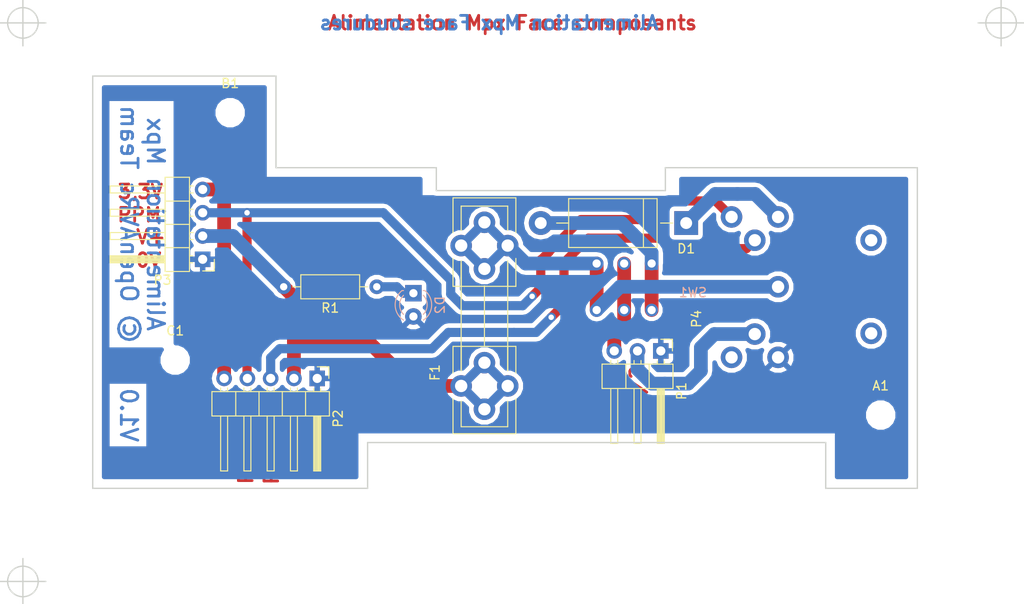
<source format=kicad_pcb>
(kicad_pcb (version 4) (host pcbnew 4.0.7)

  (general
    (links 27)
    (no_connects 0)
    (area 99.924999 69.924999 190.075001 115.075001)
    (thickness 1.6)
    (drawings 66)
    (tracks 91)
    (zones 0)
    (modules 12)
    (nets 12)
  )

  (page A4)
  (title_block
    (title "MPX Alimentation")
    (date 2017-12-11)
    (rev v1.0)
    (company "© OpenAVRc Team")
  )

  (layers
    (0 F.Cu signal)
    (31 B.Cu signal)
    (32 B.Adhes user hide)
    (33 F.Adhes user hide)
    (34 B.Paste user hide)
    (35 F.Paste user hide)
    (36 B.SilkS user hide)
    (37 F.SilkS user hide)
    (38 B.Mask user hide)
    (39 F.Mask user hide)
    (40 Dwgs.User user hide)
    (41 Cmts.User user hide)
    (42 Eco1.User user hide)
    (43 Eco2.User user hide)
    (44 Edge.Cuts user)
    (45 Margin user hide)
    (46 B.CrtYd user hide)
    (47 F.CrtYd user hide)
    (48 B.Fab user hide)
    (49 F.Fab user hide)
  )

  (setup
    (last_trace_width 1)
    (user_trace_width 1)
    (user_trace_width 1.5)
    (user_trace_width 2)
    (trace_clearance 0.5)
    (zone_clearance 0.5)
    (zone_45_only no)
    (trace_min 1)
    (segment_width 0.2)
    (edge_width 0.15)
    (via_size 1)
    (via_drill 0.6)
    (via_min_size 1)
    (via_min_drill 0.6)
    (uvia_size 0.3)
    (uvia_drill 0.1)
    (uvias_allowed no)
    (uvia_min_size 0.2)
    (uvia_min_drill 0.1)
    (pcb_text_width 0.3)
    (pcb_text_size 1.5 1.5)
    (mod_edge_width 0.15)
    (mod_text_size 1 1)
    (mod_text_width 0.15)
    (pad_size 1.524 1.524)
    (pad_drill 0.762)
    (pad_to_mask_clearance 0.2)
    (aux_axis_origin 100 115)
    (grid_origin 100 115)
    (visible_elements 7FFFFF9F)
    (pcbplotparams
      (layerselection 0x3103c_80000001)
      (usegerberextensions false)
      (excludeedgelayer false)
      (linewidth 0.100000)
      (plotframeref false)
      (viasonmask false)
      (mode 1)
      (useauxorigin false)
      (hpglpennumber 1)
      (hpglpenspeed 20)
      (hpglpendiameter 15)
      (hpglpenoverlay 2)
      (psnegative false)
      (psa4output false)
      (plotreference true)
      (plotvalue true)
      (plotinvisibletext false)
      (padsonsilk true)
      (subtractmaskfromsilk false)
      (outputformat 1)
      (mirror false)
      (drillshape 0)
      (scaleselection 1)
      (outputdirectory Gerber))
  )

  (net 0 "")
  (net 1 "Net-(D1-Pad2)")
  (net 2 "Net-(F1-Pad1)")
  (net 3 "Net-(P1-Pad3)")
  (net 4 /VP_Em_Eleve)
  (net 5 /0V)
  (net 6 /VCC_2)
  (net 7 /PPM_Maitre)
  (net 8 /VCC_Chargeur)
  (net 9 /PPM_Eleve)
  (net 10 /3,3V)
  (net 11 "Net-(D2-Pad1)")

  (net_class Default "Ceci est la Netclass par défaut"
    (clearance 0.5)
    (trace_width 1)
    (via_dia 1)
    (via_drill 0.6)
    (uvia_dia 0.3)
    (uvia_drill 0.1)
    (add_net /0V)
    (add_net /3,3V)
    (add_net /PPM_Eleve)
    (add_net /PPM_Maitre)
    (add_net /VCC_2)
    (add_net /VCC_Chargeur)
    (add_net /VP_Em_Eleve)
    (add_net "Net-(D1-Pad2)")
    (add_net "Net-(D2-Pad1)")
    (add_net "Net-(F1-Pad1)")
    (add_net "Net-(P1-Pad3)")
  )

  (module Diodes_THT:D_DO-201_P15.24mm_Horizontal (layer F.Cu) (tedit 5A32375D) (tstamp 5A2D79B1)
    (at 164.77 86.044 180)
    (descr "D, DO-201 series, Axial, Horizontal, pin pitch=15.24mm, , length*diameter=9.53*5.21mm^2, , http://www.diodes.com/_files/packages/DO-201.pdf")
    (tags "D DO-201 series Axial Horizontal pin pitch 15.24mm  length 9.53mm diameter 5.21mm")
    (path /5A2D58EC)
    (fp_text reference D1 (at 0 -2.8 180) (layer F.SilkS)
      (effects (font (size 1 1) (thickness 0.15)))
    )
    (fp_text value DIODE (at 8.081 -1 180) (layer F.Fab)
      (effects (font (size 1 1) (thickness 0.15)))
    )
    (fp_text user %R (at 8.081 0.9 180) (layer F.Fab)
      (effects (font (size 1 1) (thickness 0.15)))
    )
    (fp_line (start 3.236 -2.605) (end 3.236 2.605) (layer F.Fab) (width 0.1))
    (fp_line (start 3.236 2.605) (end 12.766 2.605) (layer F.Fab) (width 0.1))
    (fp_line (start 12.766 2.605) (end 12.766 -2.605) (layer F.Fab) (width 0.1))
    (fp_line (start 12.766 -2.605) (end 3.236 -2.605) (layer F.Fab) (width 0.1))
    (fp_line (start 0 0) (end 2.855 0) (layer F.Fab) (width 0.1))
    (fp_line (start 15.875 0) (end 13.02 0) (layer F.Fab) (width 0.1))
    (fp_line (start 4.6655 -2.605) (end 4.6655 2.605) (layer F.Fab) (width 0.1))
    (fp_line (start 3.176 -2.665) (end 3.176 2.665) (layer F.SilkS) (width 0.12))
    (fp_line (start 3.176 2.665) (end 12.826 2.665) (layer F.SilkS) (width 0.12))
    (fp_line (start 12.826 2.665) (end 12.826 -2.665) (layer F.SilkS) (width 0.12))
    (fp_line (start 12.826 -2.665) (end 3.176 -2.665) (layer F.SilkS) (width 0.12))
    (fp_line (start 1.48 0) (end 2.795 0) (layer F.SilkS) (width 0.12))
    (fp_line (start 14.141 0) (end 12.826 0) (layer F.SilkS) (width 0.12))
    (fp_line (start 4.6655 -2.665) (end 4.6655 2.665) (layer F.SilkS) (width 0.12))
    (fp_line (start -1.55 -2.95) (end -1.55 2.95) (layer F.CrtYd) (width 0.05))
    (fp_line (start -1.55 2.95) (end 16.8 2.95) (layer F.CrtYd) (width 0.05))
    (fp_line (start 16.8 2.95) (end 16.8 -2.95) (layer F.CrtYd) (width 0.05))
    (fp_line (start 16.8 -2.95) (end -1.55 -2.95) (layer F.CrtYd) (width 0.05))
    (pad 1 thru_hole rect (at 0 0 180) (size 2.6 2.6) (drill 1.3) (layers *.Cu *.Mask)
      (net 8 /VCC_Chargeur))
    (pad 2 thru_hole oval (at 15.875 0 180) (size 2.6 2.6) (drill 1.3) (layers *.Cu *.Mask)
      (net 1 "Net-(D1-Pad2)"))
    (model "../../../Program Files/KiCad/share/kicad/modules/packages3d/Diodes_THT.3dshapes/D_DO-27_P12.70mm_Horizontal.wrl"
      (at (xyz 0 0 0))
      (scale (xyz 0.47 0.47 0.47))
      (rotate (xyz 0 0 0))
    )
  )

  (module SW_CuK_JS202011CQN_DPDT_Straight (layer B.Cu) (tedit 5A323629) (tstamp 5A3705A1)
    (at 158 93 180)
    (descr "CuK sub miniature slide switch, JS series, DPDT, right angle, http://www.ckswitches.com/media/1422/js.pdf")
    (tags "switch DPDT")
    (path /5A2D9F38)
    (fp_text reference SW1 (at -7.5 -0.63 180) (layer B.SilkS)
      (effects (font (size 1 1) (thickness 0.15)) (justify mirror))
    )
    (fp_text value DUAL_SWITCH_INV (at -0.2 -5.13 180) (layer B.Fab)
      (effects (font (size 1 1) (thickness 0.15)) (justify mirror))
    )
    (fp_line (start -4.5 -3.81) (end -4.5 3.81) (layer B.CrtYd) (width 0.12))
    (fp_line (start -4.5 3.81) (end 4.5 3.81) (layer B.CrtYd) (width 0.12))
    (fp_line (start 4.5 3.81) (end 4.5 -3.81) (layer B.CrtYd) (width 0.12))
    (fp_line (start -4.5 -3.81) (end -4.5 3.81) (layer B.Fab) (width 0.12))
    (fp_line (start -4.5 3.81) (end 4.5 3.81) (layer B.Fab) (width 0.12))
    (fp_line (start 4.5 3.81) (end 4.5 -3.81) (layer B.Fab) (width 0.12))
    (fp_line (start -4.524 -3.81) (end 4.493 -3.81) (layer B.Fab) (width 0.12))
    (fp_line (start -4.5 -3.81) (end 4.5 -3.81) (layer B.CrtYd) (width 0.12))
    (fp_line (start -4.5 -3.81) (end 4.5 -3.81) (layer B.Fab) (width 0.12))
    (fp_text user %R (at -1 -0.38 180) (layer B.Fab)
      (effects (font (size 1 1) (thickness 0.15)) (justify mirror))
    )
    (pad 1 thru_hole rect (at -3 2.54 180) (size 1.4 1.4) (drill 0.9) (layers *.Cu *.Mask)
      (net 1 "Net-(D1-Pad2)"))
    (pad 2 thru_hole circle (at 0 2.54 180) (size 1.4 1.4) (drill 0.9) (layers *.Cu *.Mask)
      (net 3 "Net-(P1-Pad3)"))
    (pad 3 thru_hole circle (at 3 2.54 180) (size 1.4 1.4) (drill 0.9) (layers *.Cu *.Mask)
      (net 4 /VP_Em_Eleve))
    (pad 4 thru_hole circle (at -3 -2.54 180) (size 1.4 1.4) (drill 0.9) (layers *.Cu *.Mask)
      (net 1 "Net-(D1-Pad2)"))
    (pad 5 thru_hole circle (at 0 -2.54 180) (size 1.4 1.4) (drill 0.9) (layers *.Cu *.Mask)
      (net 3 "Net-(P1-Pad3)"))
    (pad 6 thru_hole circle (at 3 -2.54 180) (size 1.4 1.4) (drill 0.9) (layers *.Cu *.Mask)
      (net 4 /VP_Em_Eleve))
    (model "../../../Program Files/KiCad/share/kicad/modules/packages3d/Buttons_Switches_THT.3dshapes/SW_CuK_JS202011CQN_DPDT_Straight.wrl"
      (at (xyz 0 0 0))
      (scale (xyz 1.2 1.2 1))
      (rotate (xyz 0 0 0))
    )
  )

  (module R_Axial_DIN0207_L6.3mm_D2.5mm_P10.16mm_Horizontal (layer F.Cu) (tedit 5A2FACFF) (tstamp 5A3146DA)
    (at 131 93 180)
    (descr "Resistor, Axial_DIN0207 series, Axial, Horizontal, pin pitch=10.16mm, 0.25W = 1/4W, length*diameter=6.3*2.5mm^2, http://cdn-reichelt.de/documents/datenblatt/B400/1_4W%23YAG.pdf")
    (tags "Resistor Axial_DIN0207 series Axial Horizontal pin pitch 10.16mm 0.25W = 1/4W length 6.3mm diameter 2.5mm")
    (path /5A2D5BEA)
    (fp_text reference R1 (at 5.08 -2.31 180) (layer F.SilkS)
      (effects (font (size 1 1) (thickness 0.15)))
    )
    (fp_text value R (at 5.02 -0.065 180) (layer F.Fab)
      (effects (font (size 1 1) (thickness 0.15)))
    )
    (fp_line (start 1.93 -1.25) (end 1.93 1.25) (layer F.Fab) (width 0.1))
    (fp_line (start 1.93 1.25) (end 8.23 1.25) (layer F.Fab) (width 0.1))
    (fp_line (start 8.23 1.25) (end 8.23 -1.25) (layer F.Fab) (width 0.1))
    (fp_line (start 8.23 -1.25) (end 1.93 -1.25) (layer F.Fab) (width 0.1))
    (fp_line (start 0 0) (end 1.93 0) (layer F.Fab) (width 0.1))
    (fp_line (start 10.16 0) (end 8.23 0) (layer F.Fab) (width 0.1))
    (fp_line (start 1.87 -1.31) (end 1.87 1.31) (layer F.SilkS) (width 0.12))
    (fp_line (start 1.87 1.31) (end 8.29 1.31) (layer F.SilkS) (width 0.12))
    (fp_line (start 8.29 1.31) (end 8.29 -1.31) (layer F.SilkS) (width 0.12))
    (fp_line (start 8.29 -1.31) (end 1.87 -1.31) (layer F.SilkS) (width 0.12))
    (fp_line (start 0.98 0) (end 1.87 0) (layer F.SilkS) (width 0.12))
    (fp_line (start 9.18 0) (end 8.29 0) (layer F.SilkS) (width 0.12))
    (fp_line (start -1.05 -1.6) (end -1.05 1.6) (layer F.CrtYd) (width 0.05))
    (fp_line (start -1.05 1.6) (end 11.25 1.6) (layer F.CrtYd) (width 0.05))
    (fp_line (start 11.25 1.6) (end 11.25 -1.6) (layer F.CrtYd) (width 0.05))
    (fp_line (start 11.25 -1.6) (end -1.05 -1.6) (layer F.CrtYd) (width 0.05))
    (pad 1 thru_hole circle (at 0 0 180) (size 1.6 1.6) (drill 0.8) (layers *.Cu *.Mask)
      (net 11 "Net-(D2-Pad1)"))
    (pad 2 thru_hole oval (at 10.16 0 180) (size 1.6 1.6) (drill 0.8) (layers *.Cu *.Mask)
      (net 2 "Net-(F1-Pad1)"))
    (model "../../../Program Files/KiCad/share/kicad/modules/packages3d/Resistors_THT.3dshapes/R_Axial_DIN0207_L6.3mm_D2.5mm_P7.62mm_Horizontal.wrl"
      (at (xyz 0 0 0))
      (scale (xyz 0.52 0.5 0.5))
      (rotate (xyz 0 0 0))
    )
  )

  (module Fuseholder5x20_horiz_open_universal_Type-III (layer F.Cu) (tedit 5A2FAD2B) (tstamp 5A3147A7)
    (at 142.752 106.364 90)
    (descr "Fuseholder, 5x20, open, horizontal, Type-III, universal, inline, lateral,")
    (tags "Fuseholder 5x20 open horizontal Type-III universal inline lateral Sicherungshalter offen ")
    (path /5A2D59C9)
    (fp_text reference F1 (at 4 -5.4 90) (layer F.SilkS)
      (effects (font (size 1 1) (thickness 0.15)))
    )
    (fp_text value FUSE (at 10.3 0.3 180) (layer F.Fab)
      (effects (font (size 1 1) (thickness 0.15)))
    )
    (fp_line (start 2.55 0) (end 17.9 0) (layer F.Fab) (width 0.1))
    (fp_line (start -1.9 -2.55) (end 22.2 -2.55) (layer F.Fab) (width 0.1))
    (fp_line (start 22.2 -2.55) (end 22.2 2.55) (layer F.Fab) (width 0.1))
    (fp_line (start 22.2 2.55) (end -1.9 2.55) (layer F.Fab) (width 0.1))
    (fp_line (start -1.9 2.55) (end -1.9 -2.5) (layer F.Fab) (width 0.1))
    (fp_line (start 13.5 -3.35) (end 13.5 3.35) (layer F.Fab) (width 0.1))
    (fp_line (start 13.5 3.35) (end 23.05 3.35) (layer F.Fab) (width 0.1))
    (fp_line (start 23.05 3.35) (end 23.05 -3.3) (layer F.Fab) (width 0.1))
    (fp_line (start 23.05 -3.3) (end 13.5 -3.35) (layer F.Fab) (width 0.1))
    (fp_line (start -2.6 -3.35) (end 6.75 -3.35) (layer F.Fab) (width 0.1))
    (fp_line (start 6.75 -3.35) (end 6.75 3.35) (layer F.Fab) (width 0.1))
    (fp_line (start 6.75 3.35) (end -2.6 3.35) (layer F.Fab) (width 0.1))
    (fp_line (start -2.6 3.35) (end -2.6 -3.35) (layer F.Fab) (width 0.1))
    (fp_line (start 6.95 0) (end 13.45 0) (layer F.SilkS) (width 0.12))
    (fp_line (start 6.86 3.43) (end 3.94 3.43) (layer F.SilkS) (width 0.12))
    (fp_line (start -2.67 3.43) (end 1.14 3.43) (layer F.SilkS) (width 0.12))
    (fp_line (start -1.9 2.54) (end 0.89 2.54) (layer F.SilkS) (width 0.12))
    (fp_line (start 6.86 2.54) (end 4.19 2.54) (layer F.SilkS) (width 0.12))
    (fp_line (start -2.67 -3.43) (end 1.14 -3.43) (layer F.SilkS) (width 0.12))
    (fp_line (start -1.9 -2.54) (end 0.89 -2.54) (layer F.SilkS) (width 0.12))
    (fp_line (start 6.86 -3.43) (end 3.94 -3.43) (layer F.SilkS) (width 0.12))
    (fp_line (start 6.86 -2.54) (end 4.19 -2.54) (layer F.SilkS) (width 0.12))
    (fp_line (start 13.41 -3.43) (end 16.46 -3.43) (layer F.SilkS) (width 0.12))
    (fp_line (start 13.41 -2.54) (end 16.21 -2.54) (layer F.SilkS) (width 0.12))
    (fp_line (start 13.41 2.54) (end 16.21 2.54) (layer F.SilkS) (width 0.12))
    (fp_line (start 13.41 3.43) (end 16.46 3.43) (layer F.SilkS) (width 0.12))
    (fp_line (start 23.07 3.43) (end 19.26 3.43) (layer F.SilkS) (width 0.12))
    (fp_line (start 22.18 2.54) (end 19.51 2.54) (layer F.SilkS) (width 0.12))
    (fp_line (start 23.07 -3.43) (end 19.26 -3.43) (layer F.SilkS) (width 0.12))
    (fp_line (start 22.18 -2.54) (end 19.51 -2.54) (layer F.SilkS) (width 0.12))
    (fp_line (start 23.07 -3.43) (end 23.07 3.43) (layer F.SilkS) (width 0.12))
    (fp_line (start 13.41 3.43) (end 13.41 2.54) (layer F.SilkS) (width 0.12))
    (fp_line (start 13.41 -3.43) (end 13.41 -2.54) (layer F.SilkS) (width 0.12))
    (fp_line (start -2.67 -3.43) (end -2.67 3.43) (layer F.SilkS) (width 0.12))
    (fp_line (start 6.86 3.43) (end 6.86 2.54) (layer F.SilkS) (width 0.12))
    (fp_line (start 6.86 -3.43) (end 6.86 -2.41) (layer F.SilkS) (width 0.12))
    (fp_line (start 15.91 2.54) (end 4.23 2.54) (layer F.SilkS) (width 0.12))
    (fp_line (start 4.36 -2.54) (end 15.91 -2.54) (layer F.SilkS) (width 0.12))
    (fp_line (start 6.86 0) (end 6.86 -2.54) (layer F.SilkS) (width 0.12))
    (fp_line (start -1.91 -2.54) (end -1.91 2.54) (layer F.SilkS) (width 0.12))
    (fp_line (start 6.86 2.54) (end 6.86 0) (layer F.SilkS) (width 0.12))
    (fp_line (start 13.41 0) (end 13.41 -2.54) (layer F.SilkS) (width 0.12))
    (fp_line (start 22.17 -2.54) (end 22.17 2.54) (layer F.SilkS) (width 0.12))
    (fp_line (start 13.41 2.54) (end 13.41 0) (layer F.SilkS) (width 0.12))
    (fp_line (start -2.85 -3.96) (end 23.3 -3.96) (layer F.CrtYd) (width 0.05))
    (fp_line (start -2.85 -3.96) (end -2.85 3.96) (layer F.CrtYd) (width 0.05))
    (fp_line (start 23.3 3.96) (end 23.3 -3.96) (layer F.CrtYd) (width 0.05))
    (fp_line (start 23.3 3.96) (end -2.85 3.96) (layer F.CrtYd) (width 0.05))
    (pad 2 thru_hole circle (at 15.32 0 90) (size 2.35 2.35) (drill 1.35) (layers *.Cu *.Mask)
      (net 4 /VP_Em_Eleve))
    (pad 2 thru_hole circle (at 20.4 0 90) (size 2.35 2.35) (drill 1.35) (layers *.Cu *.Mask)
      (net 4 /VP_Em_Eleve))
    (pad 1 thru_hole circle (at 5.08 0 90) (size 2.35 2.35) (drill 1.35) (layers *.Cu *.Mask)
      (net 2 "Net-(F1-Pad1)"))
    (pad 1 thru_hole circle (at 0 0 90) (size 2.35 2.35) (drill 1.35) (layers *.Cu *.Mask)
      (net 2 "Net-(F1-Pad1)"))
    (pad 2 thru_hole circle (at 17.86 -2.54 90) (size 2.35 2.35) (drill 1.35) (layers *.Cu *.Mask)
      (net 4 /VP_Em_Eleve))
    (pad 2 thru_hole circle (at 17.86 2.54 90) (size 2.35 2.35) (drill 1.35) (layers *.Cu *.Mask)
      (net 4 /VP_Em_Eleve))
    (pad 1 thru_hole circle (at 2.54 -2.54 90) (size 2.35 2.35) (drill 1.35) (layers *.Cu *.Mask)
      (net 2 "Net-(F1-Pad1)"))
    (pad 1 thru_hole circle (at 2.54 2.54 90) (size 2.35 2.35) (drill 1.35) (layers *.Cu *.Mask)
      (net 2 "Net-(F1-Pad1)"))
  )

  (module Embase_Din8_Mpx (layer F.Cu) (tedit 5A2FAD43) (tstamp 5A370A54)
    (at 174.8 93 270)
    (descr "Fuseholder, 5x20, open, horizontal, Type-III, universal, inline, lateral,")
    (tags "Fuseholder 5x20 open horizontal Type-III universal inline lateral Sicherungshalter offen ")
    (path /5A2EBC62)
    (fp_text reference P4 (at 3.5 8.9 270) (layer F.SilkS)
      (effects (font (size 1 1) (thickness 0.15)))
    )
    (fp_text value CONN_01X07 (at 0.5 9.5 270) (layer F.Fab)
      (effects (font (size 1 1) (thickness 0.15)))
    )
    (fp_text user %R (at -1 -4.2 360) (layer F.Fab)
      (effects (font (size 1 1) (thickness 0.15)))
    )
    (fp_line (start -10.795 8.255) (end 10.795 8.255) (layer F.CrtYd) (width 0.12))
    (fp_line (start 10.795 8.255) (end 10.795 -17.145) (layer F.CrtYd) (width 0.12))
    (fp_line (start 10.795 -17.145) (end -10.795 -17.145) (layer F.CrtYd) (width 0.12))
    (fp_line (start -10.795 -17.145) (end -10.795 8.255) (layer F.CrtYd) (width 0.12))
    (fp_line (start -10.16 7.62) (end 10.16 7.62) (layer F.Fab) (width 0.12))
    (fp_line (start 10.16 7.62) (end 10.16 -16.51) (layer F.Fab) (width 0.12))
    (fp_line (start 10.16 -16.51) (end -10.16 -16.51) (layer F.Fab) (width 0.12))
    (fp_line (start -10.16 -16.51) (end -10.16 7.62) (layer F.Fab) (width 0.12))
    (pad "" thru_hole circle (at 5.08 -10.16 270) (size 2.35 2.35) (drill 1.35) (layers *.Cu *.Mask))
    (pad "" thru_hole circle (at -5.08 -10.16 270) (size 2.35 2.35) (drill 1.35) (layers *.Cu *.Mask))
    (pad 5 thru_hole circle (at 5.16 2.54 270) (size 2.35 2.35) (drill 1.35) (layers *.Cu *.Mask)
      (net 6 /VCC_2))
    (pad 2 thru_hole circle (at 0 0 270) (size 2.35 2.35) (drill 1.35) (layers *.Cu *.Mask)
      (net 4 /VP_Em_Eleve))
    (pad 4 thru_hole circle (at -5.08 2.54 270) (size 2.35 2.35) (drill 1.35) (layers *.Cu *.Mask)
      (net 9 /PPM_Eleve))
    (pad 3 thru_hole circle (at 7.7 0 270) (size 2.35 2.35) (drill 1.35) (layers *.Cu *.Mask)
      (net 5 /0V))
    (pad 7 thru_hole circle (at 7.7 5.08 270) (size 2.35 2.35) (drill 1.35) (layers *.Cu *.Mask))
    (pad 1 thru_hole circle (at -7.62 0 270) (size 2.35 2.35) (drill 1.35) (layers *.Cu *.Mask)
      (net 8 /VCC_Chargeur))
    (pad 6 thru_hole circle (at -7.62 5.08 270) (size 2.35 2.35) (drill 1.35) (layers *.Cu *.Mask)
      (net 7 /PPM_Maitre))
  )

  (module LED_D3.0mm (layer B.Cu) (tedit 5A2FAD2F) (tstamp 5A3144BA)
    (at 135 93.7 270)
    (descr "LED, diameter 3.0mm, 2 pins")
    (tags "LED diameter 3.0mm 2 pins")
    (path /5A2D5B58)
    (fp_text reference D2 (at 1.3 -2.9 270) (layer B.SilkS)
      (effects (font (size 1 1) (thickness 0.15)) (justify mirror))
    )
    (fp_text value LED (at 4.599 0.005 540) (layer B.Fab)
      (effects (font (size 1 1) (thickness 0.15)) (justify mirror))
    )
    (fp_arc (start 1.27 0) (end -0.23 1.16619) (angle -284.3) (layer B.Fab) (width 0.1))
    (fp_arc (start 1.27 0) (end -0.29 1.235516) (angle -108.8) (layer B.SilkS) (width 0.12))
    (fp_arc (start 1.27 0) (end -0.29 -1.235516) (angle 108.8) (layer B.SilkS) (width 0.12))
    (fp_arc (start 1.27 0) (end 0.229039 1.08) (angle -87.9) (layer B.SilkS) (width 0.12))
    (fp_arc (start 1.27 0) (end 0.229039 -1.08) (angle 87.9) (layer B.SilkS) (width 0.12))
    (fp_circle (center 1.27 0) (end 2.77 0) (layer B.Fab) (width 0.1))
    (fp_line (start -0.23 1.16619) (end -0.23 -1.16619) (layer B.Fab) (width 0.1))
    (fp_line (start -0.29 1.236) (end -0.29 1.08) (layer B.SilkS) (width 0.12))
    (fp_line (start -0.29 -1.08) (end -0.29 -1.236) (layer B.SilkS) (width 0.12))
    (fp_line (start -1.15 2.25) (end -1.15 -2.25) (layer B.CrtYd) (width 0.05))
    (fp_line (start -1.15 -2.25) (end 3.7 -2.25) (layer B.CrtYd) (width 0.05))
    (fp_line (start 3.7 -2.25) (end 3.7 2.25) (layer B.CrtYd) (width 0.05))
    (fp_line (start 3.7 2.25) (end -1.15 2.25) (layer B.CrtYd) (width 0.05))
    (pad 1 thru_hole rect (at 0 0 270) (size 1.8 1.8) (drill 0.9) (layers *.Cu *.Mask)
      (net 11 "Net-(D2-Pad1)"))
    (pad 2 thru_hole circle (at 2.54 0 270) (size 1.8 1.8) (drill 0.9) (layers *.Cu *.Mask)
      (net 5 /0V))
    (model "../../../Program Files/KiCad/share/kicad/modules/packages3d/LEDs.3dshapes/LED_D3.0mm.wrl"
      (at (xyz 0 0 0))
      (scale (xyz 0.4 0.4 0.4))
      (rotate (xyz 0 0 0))
    )
  )

  (module Pin_Header_Angled_1x03_Pitch2.54mm (layer F.Cu) (tedit 5A2FAD22) (tstamp 5A314B4C)
    (at 162 100 270)
    (descr "Through hole angled pin header, 1x03, 2.54mm pitch, 6mm pin length, single row")
    (tags "Through hole angled pin header THT 1x03 2.54mm single row")
    (path /5A2D6CAD)
    (fp_text reference P1 (at 4.385 -2.27 270) (layer F.SilkS)
      (effects (font (size 1 1) (thickness 0.15)))
    )
    (fp_text value CONN_01X03 (at 4.4 8.3 270) (layer F.Fab)
      (effects (font (size 1 1) (thickness 0.15)))
    )
    (fp_line (start 2.135 -1.27) (end 4.04 -1.27) (layer F.Fab) (width 0.1))
    (fp_line (start 4.04 -1.27) (end 4.04 6.35) (layer F.Fab) (width 0.1))
    (fp_line (start 4.04 6.35) (end 1.5 6.35) (layer F.Fab) (width 0.1))
    (fp_line (start 1.5 6.35) (end 1.5 -0.635) (layer F.Fab) (width 0.1))
    (fp_line (start 1.5 -0.635) (end 2.135 -1.27) (layer F.Fab) (width 0.1))
    (fp_line (start -0.32 -0.32) (end 1.5 -0.32) (layer F.Fab) (width 0.1))
    (fp_line (start -0.32 -0.32) (end -0.32 0.32) (layer F.Fab) (width 0.1))
    (fp_line (start -0.32 0.32) (end 1.5 0.32) (layer F.Fab) (width 0.1))
    (fp_line (start 4.04 -0.32) (end 10.04 -0.32) (layer F.Fab) (width 0.1))
    (fp_line (start 10.04 -0.32) (end 10.04 0.32) (layer F.Fab) (width 0.1))
    (fp_line (start 4.04 0.32) (end 10.04 0.32) (layer F.Fab) (width 0.1))
    (fp_line (start -0.32 2.22) (end 1.5 2.22) (layer F.Fab) (width 0.1))
    (fp_line (start -0.32 2.22) (end -0.32 2.86) (layer F.Fab) (width 0.1))
    (fp_line (start -0.32 2.86) (end 1.5 2.86) (layer F.Fab) (width 0.1))
    (fp_line (start 4.04 2.22) (end 10.04 2.22) (layer F.Fab) (width 0.1))
    (fp_line (start 10.04 2.22) (end 10.04 2.86) (layer F.Fab) (width 0.1))
    (fp_line (start 4.04 2.86) (end 10.04 2.86) (layer F.Fab) (width 0.1))
    (fp_line (start -0.32 4.76) (end 1.5 4.76) (layer F.Fab) (width 0.1))
    (fp_line (start -0.32 4.76) (end -0.32 5.4) (layer F.Fab) (width 0.1))
    (fp_line (start -0.32 5.4) (end 1.5 5.4) (layer F.Fab) (width 0.1))
    (fp_line (start 4.04 4.76) (end 10.04 4.76) (layer F.Fab) (width 0.1))
    (fp_line (start 10.04 4.76) (end 10.04 5.4) (layer F.Fab) (width 0.1))
    (fp_line (start 4.04 5.4) (end 10.04 5.4) (layer F.Fab) (width 0.1))
    (fp_line (start 1.44 -1.33) (end 1.44 6.41) (layer F.SilkS) (width 0.12))
    (fp_line (start 1.44 6.41) (end 4.1 6.41) (layer F.SilkS) (width 0.12))
    (fp_line (start 4.1 6.41) (end 4.1 -1.33) (layer F.SilkS) (width 0.12))
    (fp_line (start 4.1 -1.33) (end 1.44 -1.33) (layer F.SilkS) (width 0.12))
    (fp_line (start 4.1 -0.38) (end 10.1 -0.38) (layer F.SilkS) (width 0.12))
    (fp_line (start 10.1 -0.38) (end 10.1 0.38) (layer F.SilkS) (width 0.12))
    (fp_line (start 10.1 0.38) (end 4.1 0.38) (layer F.SilkS) (width 0.12))
    (fp_line (start 4.1 -0.32) (end 10.1 -0.32) (layer F.SilkS) (width 0.12))
    (fp_line (start 4.1 -0.2) (end 10.1 -0.2) (layer F.SilkS) (width 0.12))
    (fp_line (start 4.1 -0.08) (end 10.1 -0.08) (layer F.SilkS) (width 0.12))
    (fp_line (start 4.1 0.04) (end 10.1 0.04) (layer F.SilkS) (width 0.12))
    (fp_line (start 4.1 0.16) (end 10.1 0.16) (layer F.SilkS) (width 0.12))
    (fp_line (start 4.1 0.28) (end 10.1 0.28) (layer F.SilkS) (width 0.12))
    (fp_line (start 1.11 -0.38) (end 1.44 -0.38) (layer F.SilkS) (width 0.12))
    (fp_line (start 1.11 0.38) (end 1.44 0.38) (layer F.SilkS) (width 0.12))
    (fp_line (start 1.44 1.27) (end 4.1 1.27) (layer F.SilkS) (width 0.12))
    (fp_line (start 4.1 2.16) (end 10.1 2.16) (layer F.SilkS) (width 0.12))
    (fp_line (start 10.1 2.16) (end 10.1 2.92) (layer F.SilkS) (width 0.12))
    (fp_line (start 10.1 2.92) (end 4.1 2.92) (layer F.SilkS) (width 0.12))
    (fp_line (start 1.042929 2.16) (end 1.44 2.16) (layer F.SilkS) (width 0.12))
    (fp_line (start 1.042929 2.92) (end 1.44 2.92) (layer F.SilkS) (width 0.12))
    (fp_line (start 1.44 3.81) (end 4.1 3.81) (layer F.SilkS) (width 0.12))
    (fp_line (start 4.1 4.7) (end 10.1 4.7) (layer F.SilkS) (width 0.12))
    (fp_line (start 10.1 4.7) (end 10.1 5.46) (layer F.SilkS) (width 0.12))
    (fp_line (start 10.1 5.46) (end 4.1 5.46) (layer F.SilkS) (width 0.12))
    (fp_line (start 1.042929 4.7) (end 1.44 4.7) (layer F.SilkS) (width 0.12))
    (fp_line (start 1.042929 5.46) (end 1.44 5.46) (layer F.SilkS) (width 0.12))
    (fp_line (start -1.27 0) (end -1.27 -1.27) (layer F.SilkS) (width 0.12))
    (fp_line (start -1.27 -1.27) (end 0 -1.27) (layer F.SilkS) (width 0.12))
    (fp_line (start -1.8 -1.8) (end -1.8 6.85) (layer F.CrtYd) (width 0.05))
    (fp_line (start -1.8 6.85) (end 10.55 6.85) (layer F.CrtYd) (width 0.05))
    (fp_line (start 10.55 6.85) (end 10.55 -1.8) (layer F.CrtYd) (width 0.05))
    (fp_line (start 10.55 -1.8) (end -1.8 -1.8) (layer F.CrtYd) (width 0.05))
    (fp_text user %R (at 2.77 2.54 360) (layer F.Fab)
      (effects (font (size 1 1) (thickness 0.15)))
    )
    (pad 1 thru_hole rect (at 0 0 270) (size 1.7 1.7) (drill 1) (layers *.Cu *.Mask)
      (net 5 /0V))
    (pad 2 thru_hole oval (at 0 2.54 270) (size 1.7 1.7) (drill 1) (layers *.Cu *.Mask)
      (net 6 /VCC_2))
    (pad 3 thru_hole oval (at 0 5.08 270) (size 1.7 1.7) (drill 1) (layers *.Cu *.Mask)
      (net 3 "Net-(P1-Pad3)"))
    (model "../../../Program Files/KiCad/share/kicad/modules/packages3d/Pin_Headers.3dshapes/Pin_Header_Angled_1x03_Pitch2.54mm.wrl"
      (at (xyz 0 0 0))
      (scale (xyz 1 1 1))
      (rotate (xyz 0 0 0))
    )
  )

  (module Pin_Header_Angled_1x05_Pitch2.54mm (layer F.Cu) (tedit 5A2FAD1B) (tstamp 5A314B8B)
    (at 124.5 103 270)
    (descr "Through hole angled pin header, 1x05, 2.54mm pitch, 6mm pin length, single row")
    (tags "Through hole angled pin header THT 1x05 2.54mm single row")
    (path /5A2D743B)
    (fp_text reference P2 (at 4.385 -2.27 270) (layer F.SilkS)
      (effects (font (size 1 1) (thickness 0.15)))
    )
    (fp_text value CONN_01X05 (at -2.6 5.3 360) (layer F.Fab)
      (effects (font (size 1 1) (thickness 0.15)))
    )
    (fp_line (start 2.135 -1.27) (end 4.04 -1.27) (layer F.Fab) (width 0.1))
    (fp_line (start 4.04 -1.27) (end 4.04 11.43) (layer F.Fab) (width 0.1))
    (fp_line (start 4.04 11.43) (end 1.5 11.43) (layer F.Fab) (width 0.1))
    (fp_line (start 1.5 11.43) (end 1.5 -0.635) (layer F.Fab) (width 0.1))
    (fp_line (start 1.5 -0.635) (end 2.135 -1.27) (layer F.Fab) (width 0.1))
    (fp_line (start -0.32 -0.32) (end 1.5 -0.32) (layer F.Fab) (width 0.1))
    (fp_line (start -0.32 -0.32) (end -0.32 0.32) (layer F.Fab) (width 0.1))
    (fp_line (start -0.32 0.32) (end 1.5 0.32) (layer F.Fab) (width 0.1))
    (fp_line (start 4.04 -0.32) (end 10.04 -0.32) (layer F.Fab) (width 0.1))
    (fp_line (start 10.04 -0.32) (end 10.04 0.32) (layer F.Fab) (width 0.1))
    (fp_line (start 4.04 0.32) (end 10.04 0.32) (layer F.Fab) (width 0.1))
    (fp_line (start -0.32 2.22) (end 1.5 2.22) (layer F.Fab) (width 0.1))
    (fp_line (start -0.32 2.22) (end -0.32 2.86) (layer F.Fab) (width 0.1))
    (fp_line (start -0.32 2.86) (end 1.5 2.86) (layer F.Fab) (width 0.1))
    (fp_line (start 4.04 2.22) (end 10.04 2.22) (layer F.Fab) (width 0.1))
    (fp_line (start 10.04 2.22) (end 10.04 2.86) (layer F.Fab) (width 0.1))
    (fp_line (start 4.04 2.86) (end 10.04 2.86) (layer F.Fab) (width 0.1))
    (fp_line (start -0.32 4.76) (end 1.5 4.76) (layer F.Fab) (width 0.1))
    (fp_line (start -0.32 4.76) (end -0.32 5.4) (layer F.Fab) (width 0.1))
    (fp_line (start -0.32 5.4) (end 1.5 5.4) (layer F.Fab) (width 0.1))
    (fp_line (start 4.04 4.76) (end 10.04 4.76) (layer F.Fab) (width 0.1))
    (fp_line (start 10.04 4.76) (end 10.04 5.4) (layer F.Fab) (width 0.1))
    (fp_line (start 4.04 5.4) (end 10.04 5.4) (layer F.Fab) (width 0.1))
    (fp_line (start -0.32 7.3) (end 1.5 7.3) (layer F.Fab) (width 0.1))
    (fp_line (start -0.32 7.3) (end -0.32 7.94) (layer F.Fab) (width 0.1))
    (fp_line (start -0.32 7.94) (end 1.5 7.94) (layer F.Fab) (width 0.1))
    (fp_line (start 4.04 7.3) (end 10.04 7.3) (layer F.Fab) (width 0.1))
    (fp_line (start 10.04 7.3) (end 10.04 7.94) (layer F.Fab) (width 0.1))
    (fp_line (start 4.04 7.94) (end 10.04 7.94) (layer F.Fab) (width 0.1))
    (fp_line (start -0.32 9.84) (end 1.5 9.84) (layer F.Fab) (width 0.1))
    (fp_line (start -0.32 9.84) (end -0.32 10.48) (layer F.Fab) (width 0.1))
    (fp_line (start -0.32 10.48) (end 1.5 10.48) (layer F.Fab) (width 0.1))
    (fp_line (start 4.04 9.84) (end 10.04 9.84) (layer F.Fab) (width 0.1))
    (fp_line (start 10.04 9.84) (end 10.04 10.48) (layer F.Fab) (width 0.1))
    (fp_line (start 4.04 10.48) (end 10.04 10.48) (layer F.Fab) (width 0.1))
    (fp_line (start 1.44 -1.33) (end 1.44 11.49) (layer F.SilkS) (width 0.12))
    (fp_line (start 1.44 11.49) (end 4.1 11.49) (layer F.SilkS) (width 0.12))
    (fp_line (start 4.1 11.49) (end 4.1 -1.33) (layer F.SilkS) (width 0.12))
    (fp_line (start 4.1 -1.33) (end 1.44 -1.33) (layer F.SilkS) (width 0.12))
    (fp_line (start 4.1 -0.38) (end 10.1 -0.38) (layer F.SilkS) (width 0.12))
    (fp_line (start 10.1 -0.38) (end 10.1 0.38) (layer F.SilkS) (width 0.12))
    (fp_line (start 10.1 0.38) (end 4.1 0.38) (layer F.SilkS) (width 0.12))
    (fp_line (start 4.1 -0.32) (end 10.1 -0.32) (layer F.SilkS) (width 0.12))
    (fp_line (start 4.1 -0.2) (end 10.1 -0.2) (layer F.SilkS) (width 0.12))
    (fp_line (start 4.1 -0.08) (end 10.1 -0.08) (layer F.SilkS) (width 0.12))
    (fp_line (start 4.1 0.04) (end 10.1 0.04) (layer F.SilkS) (width 0.12))
    (fp_line (start 4.1 0.16) (end 10.1 0.16) (layer F.SilkS) (width 0.12))
    (fp_line (start 4.1 0.28) (end 10.1 0.28) (layer F.SilkS) (width 0.12))
    (fp_line (start 1.11 -0.38) (end 1.44 -0.38) (layer F.SilkS) (width 0.12))
    (fp_line (start 1.11 0.38) (end 1.44 0.38) (layer F.SilkS) (width 0.12))
    (fp_line (start 1.44 1.27) (end 4.1 1.27) (layer F.SilkS) (width 0.12))
    (fp_line (start 4.1 2.16) (end 10.1 2.16) (layer F.SilkS) (width 0.12))
    (fp_line (start 10.1 2.16) (end 10.1 2.92) (layer F.SilkS) (width 0.12))
    (fp_line (start 10.1 2.92) (end 4.1 2.92) (layer F.SilkS) (width 0.12))
    (fp_line (start 1.042929 2.16) (end 1.44 2.16) (layer F.SilkS) (width 0.12))
    (fp_line (start 1.042929 2.92) (end 1.44 2.92) (layer F.SilkS) (width 0.12))
    (fp_line (start 1.44 3.81) (end 4.1 3.81) (layer F.SilkS) (width 0.12))
    (fp_line (start 4.1 4.7) (end 10.1 4.7) (layer F.SilkS) (width 0.12))
    (fp_line (start 10.1 4.7) (end 10.1 5.46) (layer F.SilkS) (width 0.12))
    (fp_line (start 10.1 5.46) (end 4.1 5.46) (layer F.SilkS) (width 0.12))
    (fp_line (start 1.042929 4.7) (end 1.44 4.7) (layer F.SilkS) (width 0.12))
    (fp_line (start 1.042929 5.46) (end 1.44 5.46) (layer F.SilkS) (width 0.12))
    (fp_line (start 1.44 6.35) (end 4.1 6.35) (layer F.SilkS) (width 0.12))
    (fp_line (start 4.1 7.24) (end 10.1 7.24) (layer F.SilkS) (width 0.12))
    (fp_line (start 10.1 7.24) (end 10.1 8) (layer F.SilkS) (width 0.12))
    (fp_line (start 10.1 8) (end 4.1 8) (layer F.SilkS) (width 0.12))
    (fp_line (start 1.042929 7.24) (end 1.44 7.24) (layer F.SilkS) (width 0.12))
    (fp_line (start 1.042929 8) (end 1.44 8) (layer F.SilkS) (width 0.12))
    (fp_line (start 1.44 8.89) (end 4.1 8.89) (layer F.SilkS) (width 0.12))
    (fp_line (start 4.1 9.78) (end 10.1 9.78) (layer F.SilkS) (width 0.12))
    (fp_line (start 10.1 9.78) (end 10.1 10.54) (layer F.SilkS) (width 0.12))
    (fp_line (start 10.1 10.54) (end 4.1 10.54) (layer F.SilkS) (width 0.12))
    (fp_line (start 1.042929 9.78) (end 1.44 9.78) (layer F.SilkS) (width 0.12))
    (fp_line (start 1.042929 10.54) (end 1.44 10.54) (layer F.SilkS) (width 0.12))
    (fp_line (start -1.27 0) (end -1.27 -1.27) (layer F.SilkS) (width 0.12))
    (fp_line (start -1.27 -1.27) (end 0 -1.27) (layer F.SilkS) (width 0.12))
    (fp_line (start -1.8 -1.8) (end -1.8 11.95) (layer F.CrtYd) (width 0.05))
    (fp_line (start -1.8 11.95) (end 10.55 11.95) (layer F.CrtYd) (width 0.05))
    (fp_line (start 10.55 11.95) (end 10.55 -1.8) (layer F.CrtYd) (width 0.05))
    (fp_line (start 10.55 -1.8) (end -1.8 -1.8) (layer F.CrtYd) (width 0.05))
    (fp_text user %R (at 2.77 5.08 360) (layer F.Fab)
      (effects (font (size 1 1) (thickness 0.15)))
    )
    (pad 1 thru_hole rect (at 0 0 270) (size 1.7 1.7) (drill 1) (layers *.Cu *.Mask)
      (net 5 /0V))
    (pad 2 thru_hole oval (at 0 2.54 270) (size 1.7 1.7) (drill 1) (layers *.Cu *.Mask)
      (net 2 "Net-(F1-Pad1)"))
    (pad 3 thru_hole oval (at 0 5.08 270) (size 1.7 1.7) (drill 1) (layers *.Cu *.Mask)
      (net 9 /PPM_Eleve))
    (pad 4 thru_hole oval (at 0 7.62 270) (size 1.7 1.7) (drill 1) (layers *.Cu *.Mask)
      (net 7 /PPM_Maitre))
    (pad 5 thru_hole oval (at 0 10.16 270) (size 1.7 1.7) (drill 1) (layers *.Cu *.Mask)
      (net 10 /3,3V))
    (model "../../../Program Files/KiCad/share/kicad/modules/packages3d/Pin_Headers.3dshapes/Pin_Header_Angled_1x05_Pitch2.54mm.wrl"
      (at (xyz 0 0 0))
      (scale (xyz 1 1 1))
      (rotate (xyz 0 0 0))
    )
  )

  (module Pin_Header_Angled_1x04_Pitch2.54mm (layer F.Cu) (tedit 5A2FAD20) (tstamp 5A314BE4)
    (at 112 90 180)
    (descr "Through hole angled pin header, 1x04, 2.54mm pitch, 6mm pin length, single row")
    (tags "Through hole angled pin header THT 1x04 2.54mm single row")
    (path /5A2D6D0C)
    (fp_text reference P3 (at 4.385 -2.27 180) (layer F.SilkS)
      (effects (font (size 1 1) (thickness 0.15)))
    )
    (fp_text value CONN_01X04 (at 4.2 10.5 180) (layer F.Fab)
      (effects (font (size 1 1) (thickness 0.15)))
    )
    (fp_line (start 2.135 -1.27) (end 4.04 -1.27) (layer F.Fab) (width 0.1))
    (fp_line (start 4.04 -1.27) (end 4.04 8.89) (layer F.Fab) (width 0.1))
    (fp_line (start 4.04 8.89) (end 1.5 8.89) (layer F.Fab) (width 0.1))
    (fp_line (start 1.5 8.89) (end 1.5 -0.635) (layer F.Fab) (width 0.1))
    (fp_line (start 1.5 -0.635) (end 2.135 -1.27) (layer F.Fab) (width 0.1))
    (fp_line (start -0.32 -0.32) (end 1.5 -0.32) (layer F.Fab) (width 0.1))
    (fp_line (start -0.32 -0.32) (end -0.32 0.32) (layer F.Fab) (width 0.1))
    (fp_line (start -0.32 0.32) (end 1.5 0.32) (layer F.Fab) (width 0.1))
    (fp_line (start 4.04 -0.32) (end 10.04 -0.32) (layer F.Fab) (width 0.1))
    (fp_line (start 10.04 -0.32) (end 10.04 0.32) (layer F.Fab) (width 0.1))
    (fp_line (start 4.04 0.32) (end 10.04 0.32) (layer F.Fab) (width 0.1))
    (fp_line (start -0.32 2.22) (end 1.5 2.22) (layer F.Fab) (width 0.1))
    (fp_line (start -0.32 2.22) (end -0.32 2.86) (layer F.Fab) (width 0.1))
    (fp_line (start -0.32 2.86) (end 1.5 2.86) (layer F.Fab) (width 0.1))
    (fp_line (start 4.04 2.22) (end 10.04 2.22) (layer F.Fab) (width 0.1))
    (fp_line (start 10.04 2.22) (end 10.04 2.86) (layer F.Fab) (width 0.1))
    (fp_line (start 4.04 2.86) (end 10.04 2.86) (layer F.Fab) (width 0.1))
    (fp_line (start -0.32 4.76) (end 1.5 4.76) (layer F.Fab) (width 0.1))
    (fp_line (start -0.32 4.76) (end -0.32 5.4) (layer F.Fab) (width 0.1))
    (fp_line (start -0.32 5.4) (end 1.5 5.4) (layer F.Fab) (width 0.1))
    (fp_line (start 4.04 4.76) (end 10.04 4.76) (layer F.Fab) (width 0.1))
    (fp_line (start 10.04 4.76) (end 10.04 5.4) (layer F.Fab) (width 0.1))
    (fp_line (start 4.04 5.4) (end 10.04 5.4) (layer F.Fab) (width 0.1))
    (fp_line (start -0.32 7.3) (end 1.5 7.3) (layer F.Fab) (width 0.1))
    (fp_line (start -0.32 7.3) (end -0.32 7.94) (layer F.Fab) (width 0.1))
    (fp_line (start -0.32 7.94) (end 1.5 7.94) (layer F.Fab) (width 0.1))
    (fp_line (start 4.04 7.3) (end 10.04 7.3) (layer F.Fab) (width 0.1))
    (fp_line (start 10.04 7.3) (end 10.04 7.94) (layer F.Fab) (width 0.1))
    (fp_line (start 4.04 7.94) (end 10.04 7.94) (layer F.Fab) (width 0.1))
    (fp_line (start 1.44 -1.33) (end 1.44 8.95) (layer F.SilkS) (width 0.12))
    (fp_line (start 1.44 8.95) (end 4.1 8.95) (layer F.SilkS) (width 0.12))
    (fp_line (start 4.1 8.95) (end 4.1 -1.33) (layer F.SilkS) (width 0.12))
    (fp_line (start 4.1 -1.33) (end 1.44 -1.33) (layer F.SilkS) (width 0.12))
    (fp_line (start 4.1 -0.38) (end 10.1 -0.38) (layer F.SilkS) (width 0.12))
    (fp_line (start 10.1 -0.38) (end 10.1 0.38) (layer F.SilkS) (width 0.12))
    (fp_line (start 10.1 0.38) (end 4.1 0.38) (layer F.SilkS) (width 0.12))
    (fp_line (start 4.1 -0.32) (end 10.1 -0.32) (layer F.SilkS) (width 0.12))
    (fp_line (start 4.1 -0.2) (end 10.1 -0.2) (layer F.SilkS) (width 0.12))
    (fp_line (start 4.1 -0.08) (end 10.1 -0.08) (layer F.SilkS) (width 0.12))
    (fp_line (start 4.1 0.04) (end 10.1 0.04) (layer F.SilkS) (width 0.12))
    (fp_line (start 4.1 0.16) (end 10.1 0.16) (layer F.SilkS) (width 0.12))
    (fp_line (start 4.1 0.28) (end 10.1 0.28) (layer F.SilkS) (width 0.12))
    (fp_line (start 1.11 -0.38) (end 1.44 -0.38) (layer F.SilkS) (width 0.12))
    (fp_line (start 1.11 0.38) (end 1.44 0.38) (layer F.SilkS) (width 0.12))
    (fp_line (start 1.44 1.27) (end 4.1 1.27) (layer F.SilkS) (width 0.12))
    (fp_line (start 4.1 2.16) (end 10.1 2.16) (layer F.SilkS) (width 0.12))
    (fp_line (start 10.1 2.16) (end 10.1 2.92) (layer F.SilkS) (width 0.12))
    (fp_line (start 10.1 2.92) (end 4.1 2.92) (layer F.SilkS) (width 0.12))
    (fp_line (start 1.042929 2.16) (end 1.44 2.16) (layer F.SilkS) (width 0.12))
    (fp_line (start 1.042929 2.92) (end 1.44 2.92) (layer F.SilkS) (width 0.12))
    (fp_line (start 1.44 3.81) (end 4.1 3.81) (layer F.SilkS) (width 0.12))
    (fp_line (start 4.1 4.7) (end 10.1 4.7) (layer F.SilkS) (width 0.12))
    (fp_line (start 10.1 4.7) (end 10.1 5.46) (layer F.SilkS) (width 0.12))
    (fp_line (start 10.1 5.46) (end 4.1 5.46) (layer F.SilkS) (width 0.12))
    (fp_line (start 1.042929 4.7) (end 1.44 4.7) (layer F.SilkS) (width 0.12))
    (fp_line (start 1.042929 5.46) (end 1.44 5.46) (layer F.SilkS) (width 0.12))
    (fp_line (start 1.44 6.35) (end 4.1 6.35) (layer F.SilkS) (width 0.12))
    (fp_line (start 4.1 7.24) (end 10.1 7.24) (layer F.SilkS) (width 0.12))
    (fp_line (start 10.1 7.24) (end 10.1 8) (layer F.SilkS) (width 0.12))
    (fp_line (start 10.1 8) (end 4.1 8) (layer F.SilkS) (width 0.12))
    (fp_line (start 1.042929 7.24) (end 1.44 7.24) (layer F.SilkS) (width 0.12))
    (fp_line (start 1.042929 8) (end 1.44 8) (layer F.SilkS) (width 0.12))
    (fp_line (start -1.27 0) (end -1.27 -1.27) (layer F.SilkS) (width 0.12))
    (fp_line (start -1.27 -1.27) (end 0 -1.27) (layer F.SilkS) (width 0.12))
    (fp_line (start -1.8 -1.8) (end -1.8 9.4) (layer F.CrtYd) (width 0.05))
    (fp_line (start -1.8 9.4) (end 10.55 9.4) (layer F.CrtYd) (width 0.05))
    (fp_line (start 10.55 9.4) (end 10.55 -1.8) (layer F.CrtYd) (width 0.05))
    (fp_line (start 10.55 -1.8) (end -1.8 -1.8) (layer F.CrtYd) (width 0.05))
    (fp_text user %R (at 2.77 3.81 270) (layer F.Fab)
      (effects (font (size 1 1) (thickness 0.15)))
    )
    (pad 1 thru_hole rect (at 0 0 180) (size 1.7 1.7) (drill 1) (layers *.Cu *.Mask)
      (net 5 /0V))
    (pad 2 thru_hole oval (at 0 2.54 180) (size 1.7 1.7) (drill 1) (layers *.Cu *.Mask)
      (net 2 "Net-(F1-Pad1)"))
    (pad 3 thru_hole oval (at 0 5.08 180) (size 1.7 1.7) (drill 1) (layers *.Cu *.Mask)
      (net 7 /PPM_Maitre))
    (pad 4 thru_hole oval (at 0 7.62 180) (size 1.7 1.7) (drill 1) (layers *.Cu *.Mask)
      (net 10 /3,3V))
    (model "../../../Program Files/KiCad/share/kicad/modules/packages3d/Pin_Headers.3dshapes/Pin_Header_Angled_1x04_Pitch2.54mm.wrl"
      (at (xyz 0 0 0))
      (scale (xyz 1 1 1))
      (rotate (xyz 0 0 0))
    )
  )

  (module MountingHole_2.2mm_M2 (layer F.Cu) (tedit 56D1B4CB) (tstamp 5A36CA5D)
    (at 186 107)
    (descr "Mounting Hole 2.2mm, no annular, M2")
    (tags "mounting hole 2.2mm no annular m2")
    (path /5A2E919F)
    (fp_text reference A1 (at 0 -3.2) (layer F.SilkS)
      (effects (font (size 1 1) (thickness 0.15)))
    )
    (fp_text value CONN_1 (at 0 3.2) (layer F.Fab)
      (effects (font (size 1 1) (thickness 0.15)))
    )
    (fp_circle (center 0 0) (end 2.2 0) (layer Cmts.User) (width 0.15))
    (fp_circle (center 0 0) (end 2.45 0) (layer F.CrtYd) (width 0.05))
    (pad 1 np_thru_hole circle (at 0 0) (size 2.2 2.2) (drill 2.2) (layers *.Cu *.Mask))
  )

  (module MountingHole_2.2mm_M2 (layer F.Cu) (tedit 56D1B4CB) (tstamp 5A36CA64)
    (at 115 74)
    (descr "Mounting Hole 2.2mm, no annular, M2")
    (tags "mounting hole 2.2mm no annular m2")
    (path /5A2E944A)
    (fp_text reference B1 (at 0 -3.2) (layer F.SilkS)
      (effects (font (size 1 1) (thickness 0.15)))
    )
    (fp_text value CONN_1 (at 0 3.2) (layer F.Fab)
      (effects (font (size 1 1) (thickness 0.15)))
    )
    (fp_circle (center 0 0) (end 2.2 0) (layer Cmts.User) (width 0.15))
    (fp_circle (center 0 0) (end 2.45 0) (layer F.CrtYd) (width 0.05))
    (pad 1 np_thru_hole circle (at 0 0) (size 2.2 2.2) (drill 2.2) (layers *.Cu *.Mask))
  )

  (module MountingHole_2.2mm_M2 (layer F.Cu) (tedit 56D1B4CB) (tstamp 5A36CA6B)
    (at 109 101)
    (descr "Mounting Hole 2.2mm, no annular, M2")
    (tags "mounting hole 2.2mm no annular m2")
    (path /5A2E947F)
    (fp_text reference C1 (at 0 -3.2) (layer F.SilkS)
      (effects (font (size 1 1) (thickness 0.15)))
    )
    (fp_text value CONN_1 (at 0 3.2) (layer F.Fab)
      (effects (font (size 1 1) (thickness 0.15)))
    )
    (fp_circle (center 0 0) (end 2.2 0) (layer Cmts.User) (width 0.15))
    (fp_circle (center 0 0) (end 2.45 0) (layer F.CrtYd) (width 0.05))
    (pad 1 np_thru_hole circle (at 0 0) (size 2.2 2.2) (drill 2.2) (layers *.Cu *.Mask))
  )

  (gr_line (start 100 115) (end 100 70) (angle 90) (layer Edge.Cuts) (width 0.15))
  (gr_line (start 130 115) (end 100 115) (angle 90) (layer Edge.Cuts) (width 0.15))
  (gr_text PPM (at 105.08 85.155) (layer F.Cu)
    (effects (font (size 1.5 1.5) (thickness 0.3)))
  )
  (gr_text 3,3V (at 105.207 82.615) (layer F.Cu)
    (effects (font (size 1.5 1.5) (thickness 0.3)))
  )
  (gr_text 0V (at 106.096 90.108) (layer F.Cu)
    (effects (font (size 1.5 1.5) (thickness 0.3)))
  )
  (gr_text V+ (at 106.35 87.568) (layer F.Cu)
    (effects (font (size 1.5 1.5) (thickness 0.3)))
  )
  (dimension 4 (width 0.3) (layer B.Fab)
    (gr_text "4,000 mm" (at 179.5 129.5) (layer B.Fab)
      (effects (font (size 1.5 1.5) (thickness 0.3)))
    )
    (feature1 (pts (xy 190 107) (xy 190 132.699999)))
    (feature2 (pts (xy 186 107) (xy 186 132.699999)))
    (crossbar (pts (xy 186 129.999999) (xy 190 129.999999)))
    (arrow1a (pts (xy 190 129.999999) (xy 188.873496 130.58642)))
    (arrow1b (pts (xy 190 129.999999) (xy 188.873496 129.413578)))
    (arrow2a (pts (xy 186 129.999999) (xy 187.126504 130.58642)))
    (arrow2b (pts (xy 186 129.999999) (xy 187.126504 129.413578)))
  )
  (dimension 9 (width 0.3) (layer B.Fab)
    (gr_text "9,000 mm" (at 116 127) (layer B.Fab)
      (effects (font (size 1.5 1.5) (thickness 0.3)))
    )
    (feature1 (pts (xy 100 101) (xy 100 129.7)))
    (feature2 (pts (xy 109 101) (xy 109 129.7)))
    (crossbar (pts (xy 109 127) (xy 100 127)))
    (arrow1a (pts (xy 100 127) (xy 101.126504 126.413579)))
    (arrow1b (pts (xy 100 127) (xy 101.126504 127.586421)))
    (arrow2a (pts (xy 109 127) (xy 107.873496 126.413579)))
    (arrow2b (pts (xy 109 127) (xy 107.873496 127.586421)))
  )
  (dimension 5 (width 0.3) (layer B.Fab)
    (gr_text "5,000 mm" (at 96 122 90) (layer B.Fab)
      (effects (font (size 1.5 1.5) (thickness 0.3)))
    )
    (feature1 (pts (xy 130 110) (xy 93.800001 110)))
    (feature2 (pts (xy 130 115) (xy 93.800001 115)))
    (crossbar (pts (xy 96.500001 115) (xy 96.500001 110)))
    (arrow1a (pts (xy 96.500001 110) (xy 97.086422 111.126504)))
    (arrow1b (pts (xy 96.500001 110) (xy 95.91358 111.126504)))
    (arrow2a (pts (xy 96.500001 115) (xy 97.086422 113.873496)))
    (arrow2b (pts (xy 96.500001 115) (xy 95.91358 113.873496)))
  )
  (dimension 90 (width 0.3) (layer B.Fab)
    (gr_text "90,000 mm" (at 145 125.849999) (layer B.Fab)
      (effects (font (size 1.5 1.5) (thickness 0.3)))
    )
    (feature1 (pts (xy 190 115) (xy 190 127.199999)))
    (feature2 (pts (xy 100 115) (xy 100 127.199999)))
    (crossbar (pts (xy 100 124.499999) (xy 190 124.499999)))
    (arrow1a (pts (xy 190 124.499999) (xy 188.873496 125.08642)))
    (arrow1b (pts (xy 190 124.499999) (xy 188.873496 123.913578)))
    (arrow2a (pts (xy 100 124.499999) (xy 101.126504 125.08642)))
    (arrow2b (pts (xy 100 124.499999) (xy 101.126504 123.913578)))
  )
  (dimension 80 (width 0.3) (layer B.Fab)
    (gr_text "80,000 mm" (at 140 122.349999) (layer B.Fab)
      (effects (font (size 1.5 1.5) (thickness 0.3)))
    )
    (feature1 (pts (xy 180 115) (xy 180 123.699999)))
    (feature2 (pts (xy 100 115) (xy 100 123.699999)))
    (crossbar (pts (xy 100 120.999999) (xy 180 120.999999)))
    (arrow1a (pts (xy 180 120.999999) (xy 178.873496 121.58642)))
    (arrow1b (pts (xy 180 120.999999) (xy 178.873496 120.413578)))
    (arrow2a (pts (xy 100 120.999999) (xy 101.126504 121.58642)))
    (arrow2b (pts (xy 100 120.999999) (xy 101.126504 120.413578)))
  )
  (dimension 30 (width 0.3) (layer B.Fab)
    (gr_text "30,000 mm" (at 116.5 119) (layer B.Fab)
      (effects (font (size 1.5 1.5) (thickness 0.3)))
    )
    (feature1 (pts (xy 100 115) (xy 100 120.2)))
    (feature2 (pts (xy 130 115) (xy 130 120.2)))
    (crossbar (pts (xy 130 117.5) (xy 100 117.5)))
    (arrow1a (pts (xy 100 117.5) (xy 101.126504 116.913579)))
    (arrow1b (pts (xy 100 117.5) (xy 101.126504 118.086421)))
    (arrow2a (pts (xy 130 117.5) (xy 128.873496 116.913579)))
    (arrow2b (pts (xy 130 117.5) (xy 128.873496 118.086421)))
  )
  (dimension 27.5 (width 0.3) (layer B.Fab)
    (gr_text "27,500 mm" (at 176.25 61.15) (layer B.Fab)
      (effects (font (size 1.5 1.5) (thickness 0.3)))
    )
    (feature1 (pts (xy 190 80) (xy 190 59.8)))
    (feature2 (pts (xy 162.5 80) (xy 162.5 59.8)))
    (crossbar (pts (xy 162.5 62.5) (xy 190 62.5)))
    (arrow1a (pts (xy 190 62.5) (xy 188.873496 63.086421)))
    (arrow1b (pts (xy 190 62.5) (xy 188.873496 61.913579)))
    (arrow2a (pts (xy 162.5 62.5) (xy 163.626504 63.086421)))
    (arrow2b (pts (xy 162.5 62.5) (xy 163.626504 61.913579)))
  )
  (dimension 25 (width 0.3) (layer B.Fab)
    (gr_text "25,000 mm" (at 150 61.150001) (layer B.Fab)
      (effects (font (size 1.5 1.5) (thickness 0.3)))
    )
    (feature1 (pts (xy 137.5 80) (xy 137.5 59.800001)))
    (feature2 (pts (xy 162.5 80) (xy 162.5 59.800001)))
    (crossbar (pts (xy 162.5 62.500001) (xy 137.5 62.500001)))
    (arrow1a (pts (xy 137.5 62.500001) (xy 138.626504 61.91358)))
    (arrow1b (pts (xy 137.5 62.500001) (xy 138.626504 63.086422)))
    (arrow2a (pts (xy 162.5 62.500001) (xy 161.373496 61.91358)))
    (arrow2b (pts (xy 162.5 62.500001) (xy 161.373496 63.086422)))
  )
  (dimension 37.5 (width 0.3) (layer B.Fab)
    (gr_text "37,500 mm" (at 118.75 61.150001) (layer B.Fab)
      (effects (font (size 1.5 1.5) (thickness 0.3)))
    )
    (feature1 (pts (xy 100 80) (xy 100 59.800001)))
    (feature2 (pts (xy 137.5 80) (xy 137.5 59.800001)))
    (crossbar (pts (xy 137.5 62.500001) (xy 100 62.500001)))
    (arrow1a (pts (xy 100 62.500001) (xy 101.126504 61.91358)))
    (arrow1b (pts (xy 100 62.500001) (xy 101.126504 63.086422)))
    (arrow2a (pts (xy 137.5 62.500001) (xy 136.373496 61.91358)))
    (arrow2b (pts (xy 137.5 62.500001) (xy 136.373496 63.086422)))
  )
  (dimension 20 (width 0.3) (layer B.Fab)
    (gr_text "20,000 mm" (at 110 66.65) (layer B.Fab)
      (effects (font (size 1.5 1.5) (thickness 0.3)))
    )
    (feature1 (pts (xy 120 70) (xy 120 65.3)))
    (feature2 (pts (xy 100 70) (xy 100 65.3)))
    (crossbar (pts (xy 100 68) (xy 120 68)))
    (arrow1a (pts (xy 120 68) (xy 118.873496 68.586421)))
    (arrow1b (pts (xy 120 68) (xy 118.873496 67.413579)))
    (arrow2a (pts (xy 100 68) (xy 101.126504 68.586421)))
    (arrow2b (pts (xy 100 68) (xy 101.126504 67.413579)))
  )
  (dimension 45 (width 0.3) (layer B.Fab)
    (gr_text "45,000 mm" (at 82.65 92.5 90) (layer B.Fab)
      (effects (font (size 1.5 1.5) (thickness 0.3)))
    )
    (feature1 (pts (xy 100 70) (xy 81.3 70)))
    (feature2 (pts (xy 100 115) (xy 81.3 115)))
    (crossbar (pts (xy 84 115) (xy 84 70)))
    (arrow1a (pts (xy 84 70) (xy 84.586421 71.126504)))
    (arrow1b (pts (xy 84 70) (xy 83.413579 71.126504)))
    (arrow2a (pts (xy 84 115) (xy 84.586421 113.873496)))
    (arrow2b (pts (xy 84 115) (xy 83.413579 113.873496)))
  )
  (gr_text V+ (at 122.1 109 90) (layer F.Cu)
    (effects (font (size 1.5 1.5) (thickness 0.3)))
  )
  (gr_text V+ (at 157.023 106.11 90) (layer F.Cu)
    (effects (font (size 1.5 1.5) (thickness 0.3)))
  )
  (gr_text V+/2 (at 159.436 104.713 90) (layer F.Cu)
    (effects (font (size 1.5 1.5) (thickness 0.3)))
  )
  (gr_text 0V (at 162.103 106.491 90) (layer F.Cu)
    (effects (font (size 1.5 1.5) (thickness 0.3)))
  )
  (gr_text 0V (at 124.5 109 90) (layer F.Cu)
    (effects (font (size 1.5 1.5) (thickness 0.3)))
  )
  (gr_text PPM_Ma (at 116.717 110.047 90) (layer F.Cu)
    (effects (font (size 1.5 1.5) (thickness 0.3)))
  )
  (gr_text "PPM_El\n" (at 119.511 110.555 90) (layer F.Cu)
    (effects (font (size 1.5 1.5) (thickness 0.3)))
  )
  (gr_text 3,3V (at 114 110 90) (layer F.Cu)
    (effects (font (size 1.5 1.5) (thickness 0.3)))
  )
  (dimension 4 (width 0.3) (layer B.Fab)
    (gr_text "4,000 mm" (at 106 76 90) (layer B.Fab)
      (effects (font (size 1.5 1.5) (thickness 0.3)))
    )
    (feature1 (pts (xy 115 70) (xy 107.3 70)))
    (feature2 (pts (xy 115 74) (xy 107.3 74)))
    (crossbar (pts (xy 110 74) (xy 110 70)))
    (arrow1a (pts (xy 110 70) (xy 110.586421 71.126504)))
    (arrow1b (pts (xy 110 70) (xy 109.413579 71.126504)))
    (arrow2a (pts (xy 110 74) (xy 110.586421 72.873496)))
    (arrow2b (pts (xy 110 74) (xy 109.413579 72.873496)))
  )
  (gr_text V1.0 (at 103.937 106.999 270) (layer B.Cu)
    (effects (font (size 1.8 1.8) (thickness 0.3)) (justify mirror))
  )
  (gr_text "Alimentation Mpx\n© OpenAVRc Team" (at 105.414 86.171 270) (layer B.Cu)
    (effects (font (size 1.8 1.8) (thickness 0.3)) (justify mirror))
  )
  (gr_text "Alimentation Mpx Face composants" (at 145.8 64.2) (layer F.Cu)
    (effects (font (size 1.5 1.5) (thickness 0.3)))
  )
  (gr_text "Alimentation Mpx Face soudures" (at 143.26 64.2) (layer B.Cu)
    (effects (font (size 1.5 1.5) (thickness 0.3)) (justify mirror))
  )
  (target plus (at 92.38 125.16) (size 5) (width 0.15) (layer Edge.Cuts))
  (target plus (at 199.14 64.2) (size 5) (width 0.15) (layer Edge.Cuts))
  (target plus (at 92.38 64.2) (size 5) (width 0.15) (layer Edge.Cuts))
  (dimension 2.99 (width 0.3) (layer B.Fab)
    (gr_text "2,990 mm" (at 156.21 80.2) (layer B.Fab)
      (effects (font (size 1.5 1.5) (thickness 0.3)))
    )
    (feature1 (pts (xy 161 90.44) (xy 161 78.76)))
    (feature2 (pts (xy 158.01 90.44) (xy 158.01 78.76)))
    (crossbar (pts (xy 158.01 81.46) (xy 161 81.46)))
    (arrow1a (pts (xy 161 81.46) (xy 159.873496 82.046421)))
    (arrow1b (pts (xy 161 81.46) (xy 159.873496 80.873579)))
    (arrow2a (pts (xy 158.01 81.46) (xy 159.136504 82.046421)))
    (arrow2b (pts (xy 158.01 81.46) (xy 159.136504 80.873579)))
  )
  (dimension 5.08 (width 0.3) (layer B.Fab)
    (gr_text "5,080 mm" (at 164.92 93 270) (layer B.Fab)
      (effects (font (size 1.5 1.5) (thickness 0.3)))
    )
    (feature1 (pts (xy 161.03 95.54) (xy 166.27 95.54)))
    (feature2 (pts (xy 161.03 90.46) (xy 166.27 90.46)))
    (crossbar (pts (xy 163.57 90.46) (xy 163.57 95.54)))
    (arrow1a (pts (xy 163.57 95.54) (xy 162.983579 94.413496)))
    (arrow1b (pts (xy 163.57 95.54) (xy 164.156421 94.413496)))
    (arrow2a (pts (xy 163.57 90.46) (xy 162.983579 91.586504)))
    (arrow2b (pts (xy 163.57 90.46) (xy 164.156421 91.586504)))
  )
  (dimension 5.01004 (width 0.3) (layer B.Fab)
    (gr_text "5,010 mm" (at 196.64 77.78 359.7712755) (layer B.Fab)
      (effects (font (size 1.5 1.5) (thickness 0.3)))
    )
    (feature1 (pts (xy 189.98 87.95) (xy 190.029299 75.600516)))
    (feature2 (pts (xy 184.97 87.93) (xy 185.019299 75.580516)))
    (crossbar (pts (xy 185.008521 78.280494) (xy 190.018521 78.300494)))
    (arrow1a (pts (xy 190.018521 78.300494) (xy 188.889685 78.882413)))
    (arrow1b (pts (xy 190.018521 78.300494) (xy 188.894367 77.709581)))
    (arrow2a (pts (xy 185.008521 78.280494) (xy 186.132675 78.871407)))
    (arrow2b (pts (xy 185.008521 78.280494) (xy 186.137357 77.698575)))
  )
  (gr_line (start 160 93) (end 197 93) (angle 90) (layer B.Fab) (width 0.2))
  (dimension 22 (width 0.3) (layer B.Fab)
    (gr_text "22,000 mm" (at 147.15 104 270) (layer B.Fab)
      (effects (font (size 1.5 1.5) (thickness 0.3)))
    )
    (feature1 (pts (xy 143.1 115) (xy 148.5 115)))
    (feature2 (pts (xy 143.1 93) (xy 148.5 93)))
    (crossbar (pts (xy 145.8 93) (xy 145.8 115)))
    (arrow1a (pts (xy 145.8 115) (xy 145.213579 113.873496)))
    (arrow1b (pts (xy 145.8 115) (xy 146.386421 113.873496)))
    (arrow2a (pts (xy 145.8 93) (xy 145.213579 94.126504)))
    (arrow2b (pts (xy 145.8 93) (xy 146.386421 94.126504)))
  )
  (gr_line (start 130.4 115) (end 142.1 115) (angle 90) (layer B.Fab) (width 0.2))
  (gr_line (start 156.8 93) (end 139.6 93) (angle 90) (layer B.Fab) (width 0.2))
  (gr_line (start 157 93) (end 159 93) (angle 90) (layer F.Fab) (width 0.2))
  (gr_line (start 158 92.5) (end 158 92) (angle 90) (layer F.Fab) (width 0.2))
  (gr_line (start 158 94) (end 158 92.5) (angle 90) (layer F.Fab) (width 0.2))
  (dimension 20 (width 0.3) (layer B.Fab)
    (gr_text "20,000 mm" (at 127.15 105 90) (layer B.Fab)
      (effects (font (size 1.5 1.5) (thickness 0.3)))
    )
    (feature1 (pts (xy 130 95) (xy 125.8 95)))
    (feature2 (pts (xy 130 115) (xy 125.8 115)))
    (crossbar (pts (xy 128.5 115) (xy 128.5 95)))
    (arrow1a (pts (xy 128.5 95) (xy 129.086421 96.126504)))
    (arrow1b (pts (xy 128.5 95) (xy 127.913579 96.126504)))
    (arrow2a (pts (xy 128.5 115) (xy 129.086421 113.873496)))
    (arrow2b (pts (xy 128.5 115) (xy 127.913579 113.873496)))
  )
  (gr_line (start 135 96) (end 135 94) (angle 90) (layer F.Fab) (width 0.2))
  (gr_line (start 134 95) (end 136 95) (angle 90) (layer F.Fab) (width 0.2))
  (gr_line (start 135 101) (end 135 96) (angle 90) (layer B.Fab) (width 0.2))
  (gr_line (start 135 114) (end 135 101) (angle 90) (layer B.Fab) (width 0.2))
  (dimension 35 (width 0.3) (layer B.Fab)
    (gr_text "35,000 mm" (at 198.349999 97.5 90) (layer B.Fab)
      (effects (font (size 1.5 1.5) (thickness 0.3)))
    )
    (feature1 (pts (xy 190 80) (xy 199.699999 80)))
    (feature2 (pts (xy 190 115) (xy 199.699999 115)))
    (crossbar (pts (xy 196.999999 115) (xy 196.999999 80)))
    (arrow1a (pts (xy 196.999999 80) (xy 197.58642 81.126504)))
    (arrow1b (pts (xy 196.999999 80) (xy 196.413578 81.126504)))
    (arrow2a (pts (xy 196.999999 115) (xy 197.58642 113.873496)))
    (arrow2b (pts (xy 196.999999 115) (xy 196.413578 113.873496)))
  )
  (dimension 8 (width 0.3) (layer B.Fab)
    (gr_text "8,000 mm" (at 192.5 122 90) (layer B.Fab)
      (effects (font (size 1.5 1.5) (thickness 0.3)))
    )
    (feature1 (pts (xy 186 107) (xy 195.199999 107)))
    (feature2 (pts (xy 186 115) (xy 195.199999 115)))
    (crossbar (pts (xy 192.499999 115) (xy 192.499999 107)))
    (arrow1a (pts (xy 192.499999 107) (xy 193.08642 108.126504)))
    (arrow1b (pts (xy 192.499999 107) (xy 191.913578 108.126504)))
    (arrow2a (pts (xy 192.499999 115) (xy 193.08642 113.873496)))
    (arrow2b (pts (xy 192.499999 115) (xy 191.913578 113.873496)))
  )
  (dimension 2.5 (width 0.3) (layer B.Fab)
    (gr_text "2,500 mm" (at 140 73.5 90) (layer B.Fab)
      (effects (font (size 1.5 1.5) (thickness 0.3)))
    )
    (feature1 (pts (xy 137.5 80) (xy 142.7 80)))
    (feature2 (pts (xy 137.5 82.5) (xy 142.7 82.5)))
    (crossbar (pts (xy 140 82.5) (xy 140 80)))
    (arrow1a (pts (xy 140 80) (xy 140.586421 81.126504)))
    (arrow1b (pts (xy 140 80) (xy 139.413579 81.126504)))
    (arrow2a (pts (xy 140 82.5) (xy 140.586421 81.373496)))
    (arrow2b (pts (xy 140 82.5) (xy 139.413579 81.373496)))
  )
  (dimension 10 (width 0.3) (layer B.Fab)
    (gr_text "10,000 mm" (at 126.5 72 90) (layer B.Fab)
      (effects (font (size 1.5 1.5) (thickness 0.3)))
    )
    (feature1 (pts (xy 120 70) (xy 124.699999 70)))
    (feature2 (pts (xy 120 80) (xy 124.699999 80)))
    (crossbar (pts (xy 121.999999 80) (xy 121.999999 70)))
    (arrow1a (pts (xy 121.999999 70) (xy 122.58642 71.126504)))
    (arrow1b (pts (xy 121.999999 70) (xy 121.413578 71.126504)))
    (arrow2a (pts (xy 121.999999 80) (xy 122.58642 78.873496)))
    (arrow2b (pts (xy 121.999999 80) (xy 121.413578 78.873496)))
  )
  (dimension 14 (width 0.3) (layer B.Fab)
    (gr_text "14,000 mm" (at 90.15 108 90) (layer B.Fab)
      (effects (font (size 1.5 1.5) (thickness 0.3)))
    )
    (feature1 (pts (xy 109 101) (xy 88.8 101)))
    (feature2 (pts (xy 109 115) (xy 88.8 115)))
    (crossbar (pts (xy 91.5 115) (xy 91.5 101)))
    (arrow1a (pts (xy 91.5 101) (xy 92.086421 102.126504)))
    (arrow1b (pts (xy 91.5 101) (xy 90.913579 102.126504)))
    (arrow2a (pts (xy 91.5 115) (xy 92.086421 113.873496)))
    (arrow2b (pts (xy 91.5 115) (xy 90.913579 113.873496)))
  )
  (gr_line (start 120 70) (end 100 70) (angle 90) (layer Edge.Cuts) (width 0.15))
  (gr_line (start 120 80) (end 120 70) (angle 90) (layer Edge.Cuts) (width 0.15))
  (gr_line (start 137.5 80) (end 120 80) (angle 90) (layer Edge.Cuts) (width 0.15))
  (gr_line (start 137.5 82.5) (end 137.5 80) (angle 90) (layer Edge.Cuts) (width 0.15))
  (gr_line (start 162.5 82.5) (end 137.5 82.5) (angle 90) (layer Edge.Cuts) (width 0.15))
  (gr_line (start 162.5 80) (end 162.5 82.5) (angle 90) (layer Edge.Cuts) (width 0.15))
  (gr_line (start 165 80) (end 162.5 80) (angle 90) (layer Edge.Cuts) (width 0.15))
  (gr_line (start 190 80) (end 165 80) (angle 90) (layer Edge.Cuts) (width 0.15))
  (gr_line (start 190 115) (end 190 80) (angle 90) (layer Edge.Cuts) (width 0.15))
  (gr_line (start 180 115) (end 190 115) (angle 90) (layer Edge.Cuts) (width 0.15))
  (gr_line (start 180 110) (end 180 115) (angle 90) (layer Edge.Cuts) (width 0.15))
  (gr_line (start 130 110) (end 180 110) (angle 90) (layer Edge.Cuts) (width 0.15))
  (gr_line (start 130 115) (end 130 110) (angle 90) (layer Edge.Cuts) (width 0.15))

  (segment (start 158.9075 87.2075) (end 157.744 86.044) (width 1.5) (layer B.Cu) (net 1))
  (segment (start 157.744 86.044) (end 148.895 86.044) (width 1.5) (layer B.Cu) (net 1) (tstamp 5A37C288))
  (segment (start 161 90.46) (end 161 89.3) (width 1.5) (layer B.Cu) (net 1))
  (segment (start 161 89.3) (end 158.9075 87.2075) (width 1.5) (layer B.Cu) (net 1) (tstamp 5A34D882))
  (segment (start 161 95.54) (end 161 90.46) (width 1.5) (layer F.Cu) (net 1))
  (segment (start 112 87.46) (end 115.3 87.46) (width 1.5) (layer B.Cu) (net 2))
  (segment (start 115.3 87.46) (end 120.84 93) (width 1.5) (layer B.Cu) (net 2) (tstamp 5A37BF3C))
  (segment (start 121.96 96.875) (end 121.96 94.12) (width 1.5) (layer F.Cu) (net 2))
  (segment (start 121.96 98.9) (end 121.96 96.875) (width 1.5) (layer F.Cu) (net 2) (tstamp 5A34D830))
  (segment (start 121.96 94.12) (end 120.84 93) (width 1.5) (layer F.Cu) (net 2) (tstamp 5A37BF39))
  (segment (start 121.96 98.9) (end 130 98.9) (width 1.5) (layer F.Cu) (net 2))
  (segment (start 134.924 103.824) (end 140.212 103.824) (width 1.5) (layer F.Cu) (net 2) (tstamp 5A34D835))
  (segment (start 130 98.9) (end 134.924 103.824) (width 1.5) (layer F.Cu) (net 2) (tstamp 5A34D832))
  (segment (start 142.752 101.284) (end 140.212 103.824) (width 1) (layer B.Cu) (net 2) (status 30))
  (segment (start 145.292 103.824) (end 142.752 101.284) (width 1) (layer B.Cu) (net 2) (status 30))
  (segment (start 142.752 106.364) (end 145.292 103.824) (width 1) (layer B.Cu) (net 2) (status 30))
  (segment (start 140.212 103.824) (end 142.752 106.364) (width 1) (layer B.Cu) (net 2) (status 30))
  (segment (start 121.96 103) (end 121.96 98.9) (width 1.5) (layer F.Cu) (net 2))
  (segment (start 112 87.46) (end 112.545 87.46) (width 1.5) (layer B.Cu) (net 2) (status 10))
  (segment (start 112.235 87.695) (end 112 87.46) (width 1) (layer B.Cu) (net 2) (tstamp 5A37162A) (status 30))
  (segment (start 158 95.54) (end 158 97.339) (width 1.5) (layer F.Cu) (net 3))
  (segment (start 156.92 98.419) (end 156.92 100) (width 1.5) (layer F.Cu) (net 3) (tstamp 5A37BCCC))
  (segment (start 158 97.339) (end 156.92 98.419) (width 1.5) (layer F.Cu) (net 3) (tstamp 5A37BCCB))
  (segment (start 156.92 100) (end 156.92 99.38) (width 1.5) (layer F.Cu) (net 3) (status 30))
  (segment (start 158 95.54) (end 158 90.46) (width 1.5) (layer F.Cu) (net 3))
  (segment (start 155 90.46) (end 147.248 90.46) (width 1.5) (layer B.Cu) (net 4))
  (segment (start 147.248 90.46) (end 145.292 88.504) (width 1.5) (layer B.Cu) (net 4) (tstamp 5A34D80D))
  (segment (start 145.292 88.504) (end 142.752 85.964) (width 1) (layer B.Cu) (net 4) (status 30))
  (segment (start 142.752 91.044) (end 145.292 88.504) (width 1) (layer B.Cu) (net 4) (status 30))
  (segment (start 140.212 88.504) (end 142.752 91.044) (width 1) (layer B.Cu) (net 4) (status 30))
  (segment (start 142.752 85.964) (end 140.212 88.504) (width 1) (layer B.Cu) (net 4) (status 30))
  (segment (start 155 95.54) (end 155 90.46) (width 1.5) (layer F.Cu) (net 4))
  (segment (start 155 95.54) (end 157.54 93) (width 1.5) (layer B.Cu) (net 4))
  (segment (start 157.54 93) (end 174.8 93) (width 1.5) (layer B.Cu) (net 4) (tstamp 5A323761))
  (segment (start 162.437 103.57) (end 164.977 103.57) (width 1.5) (layer B.Cu) (net 6))
  (segment (start 166.374 102.173) (end 166.374 99.633) (width 1.5) (layer B.Cu) (net 6) (tstamp 5A37BCFC))
  (segment (start 164.977 103.57) (end 166.374 102.173) (width 1.5) (layer B.Cu) (net 6) (tstamp 5A37BCFB))
  (segment (start 159.46 100) (end 159.46 101.99) (width 1.5) (layer B.Cu) (net 6))
  (segment (start 159.46 101.99) (end 161.04 103.57) (width 1.5) (layer B.Cu) (net 6) (tstamp 5A37BCE7))
  (segment (start 161.04 103.57) (end 162.437 103.57) (width 1.5) (layer B.Cu) (net 6))
  (segment (start 166.374 99.633) (end 167.847 98.16) (width 1.5) (layer B.Cu) (net 6) (tstamp 5A37BD00))
  (segment (start 167.847 98.16) (end 172.26 98.16) (width 1.5) (layer B.Cu) (net 6) (tstamp 5A37BCDE) (status 20))
  (segment (start 136.91 90.108) (end 131.722 84.92) (width 1) (layer B.Cu) (net 7))
  (segment (start 131.722 84.92) (end 116.844 84.92) (width 1) (layer B.Cu) (net 7) (tstamp 5A37C222))
  (via (at 116.844 84.92) (size 1) (drill 0.6) (layers F.Cu B.Cu) (net 7))
  (segment (start 116.844 84.92) (end 116.844 102.964) (width 1) (layer F.Cu) (net 7) (tstamp 5A37BF48))
  (segment (start 116.844 102.964) (end 116.88 103) (width 1) (layer F.Cu) (net 7) (tstamp 5A37BF49))
  (via (at 147.957 94.043) (size 1) (drill 0.6) (layers F.Cu B.Cu) (net 7))
  (segment (start 147.957 94.043) (end 148.9 93.1) (width 1) (layer F.Cu) (net 7) (tstamp 5A34D915))
  (segment (start 139.069 92.267) (end 139.069 93.791) (width 1) (layer B.Cu) (net 7))
  (segment (start 146.939 95.061) (end 147.957 94.043) (width 1) (layer B.Cu) (net 7) (tstamp 5A34D905))
  (segment (start 140.339 95.061) (end 146.939 95.061) (width 1) (layer B.Cu) (net 7) (tstamp 5A34D902))
  (segment (start 139.069 93.791) (end 140.339 95.061) (width 1) (layer B.Cu) (net 7) (tstamp 5A34D901))
  (segment (start 136.91 90.108) (end 139.069 92.267) (width 1) (layer B.Cu) (net 7) (tstamp 5A34D8F0))
  (segment (start 149.8 89.2) (end 149.8 89.156) (width 1) (layer F.Cu) (net 7) (tstamp 5A34D8C0))
  (segment (start 153.293 85.663) (end 159.516 85.663) (width 1) (layer F.Cu) (net 7) (tstamp 5A327702))
  (segment (start 159.516 85.663) (end 161.548 83.631) (width 1) (layer F.Cu) (net 7) (tstamp 5A3276CD))
  (segment (start 167.971 83.631) (end 169.72 85.38) (width 1) (layer F.Cu) (net 7) (tstamp 5A3276C4))
  (segment (start 161.548 83.631) (end 167.971 83.631) (width 1) (layer F.Cu) (net 7) (tstamp 5A3276D1))
  (segment (start 153.293 85.663) (end 149.8 89.156) (width 1) (layer F.Cu) (net 7))
  (segment (start 148.9 93.1) (end 148.9 90.056) (width 1) (layer F.Cu) (net 7) (tstamp 5A34D8BC))
  (segment (start 148.9 90.056) (end 148.944 90.056) (width 1) (layer F.Cu) (net 7) (tstamp 5A34D8BD))
  (segment (start 148.944 90.056) (end 149.8 89.2) (width 1) (layer F.Cu) (net 7) (tstamp 5A34D8BF))
  (segment (start 112 84.92) (end 116.844 84.92) (width 1) (layer B.Cu) (net 7) (status 10))
  (segment (start 170.358 82.869) (end 167.945 82.869) (width 1.5) (layer B.Cu) (net 8))
  (segment (start 167.945 82.869) (end 164.77 86.044) (width 1.5) (layer B.Cu) (net 8) (tstamp 5A37C282))
  (segment (start 172.289 82.869) (end 174.8 85.38) (width 1.5) (layer B.Cu) (net 8) (tstamp 5A324125))
  (segment (start 170.358 82.869) (end 172.289 82.869) (width 1.5) (layer B.Cu) (net 8) (tstamp 5A37C280))
  (segment (start 145.974 97.982) (end 148.387 97.982) (width 1) (layer B.Cu) (net 9))
  (segment (start 171.342 88.838) (end 172.26 87.92) (width 1) (layer F.Cu) (net 9) (tstamp 5A37E590) (status 800000))
  (segment (start 163.119 88.838) (end 171.342 88.838) (width 1) (layer F.Cu) (net 9) (tstamp 5A37E58C))
  (segment (start 161.976 87.695) (end 163.119 88.838) (width 1) (layer F.Cu) (net 9) (tstamp 5A37E589))
  (segment (start 154.102 87.695) (end 161.976 87.695) (width 1) (layer F.Cu) (net 9) (tstamp 5A37E587))
  (segment (start 151.435 90.362) (end 154.102 87.695) (width 1) (layer F.Cu) (net 9) (tstamp 5A37E583))
  (segment (start 151.435 94.934) (end 151.435 90.362) (width 1) (layer F.Cu) (net 9) (tstamp 5A37E582))
  (segment (start 150.038 96.331) (end 151.435 94.934) (width 1) (layer F.Cu) (net 9) (tstamp 5A37E581))
  (via (at 150.038 96.331) (size 1) (drill 0.6) (layers F.Cu B.Cu) (net 9))
  (segment (start 148.387 97.982) (end 150.038 96.331) (width 1) (layer B.Cu) (net 9) (tstamp 5A37E57E))
  (segment (start 138.815 97.982) (end 145.974 97.982) (width 1) (layer B.Cu) (net 9) (tstamp 5A324496))
  (segment (start 137.672 99.125) (end 138.307 98.49) (width 1) (layer B.Cu) (net 9) (tstamp 5A324321))
  (segment (start 137.037 99.76) (end 120.4 99.76) (width 1) (layer B.Cu) (net 9) (tstamp 5A3242B4))
  (segment (start 137.672 99.125) (end 137.037 99.76) (width 1) (layer B.Cu) (net 9) (tstamp 5A324329))
  (segment (start 120.4 99.76) (end 119.42 100.74) (width 1) (layer B.Cu) (net 9) (tstamp 5A3242BC))
  (segment (start 119.42 100.74) (end 119.42 103) (width 1) (layer B.Cu) (net 9) (tstamp 5A3715C9))
  (segment (start 138.307 98.49) (end 138.815 97.982) (width 1) (layer B.Cu) (net 9))
  (segment (start 114.34 103) (end 114.34 82.905) (width 1.5) (layer F.Cu) (net 10))
  (segment (start 113.815 82.38) (end 112 82.38) (width 1.5) (layer F.Cu) (net 10) (tstamp 5A37BF57))
  (segment (start 114.34 82.905) (end 113.815 82.38) (width 1.5) (layer F.Cu) (net 10) (tstamp 5A37BF56))
  (segment (start 135 93.7) (end 133.898 93.7) (width 1) (layer B.Cu) (net 11))
  (segment (start 133.898 93.7) (end 133.198 93) (width 1) (layer B.Cu) (net 11) (tstamp 5A37BF32))
  (segment (start 131 93) (end 133.198 93) (width 1) (layer B.Cu) (net 11))

  (zone (net 5) (net_name /0V) (layer B.Cu) (tstamp 5A371683) (hatch edge 0.508)
    (connect_pads (clearance 0.5))
    (min_thickness 0.5)
    (fill yes (arc_segments 16) (thermal_gap 0.5) (thermal_bridge_width 0.6))
    (polygon
      (pts
        (xy 181 114) (xy 189 114) (xy 189 81) (xy 164 81) (xy 164 83)
        (xy 136 83) (xy 136 81) (xy 119 81) (xy 119 71) (xy 101 71)
        (xy 101 76) (xy 101 114) (xy 129 114) (xy 129 109) (xy 181 109)
      )
    )
    (filled_polygon
      (pts
        (xy 118.75 81) (xy 118.769696 81.097264) (xy 118.825682 81.179202) (xy 118.909136 81.232903) (xy 119 81.25)
        (xy 135.75 81.25) (xy 135.75 83) (xy 135.769696 83.097264) (xy 135.825682 83.179202) (xy 135.909136 83.232903)
        (xy 136 83.25) (xy 137.166026 83.25) (xy 137.184286 83.262201) (xy 137.5 83.325) (xy 162.5 83.325)
        (xy 162.815714 83.262201) (xy 162.833974 83.25) (xy 164 83.25) (xy 164.097264 83.230304) (xy 164.179202 83.174318)
        (xy 164.232903 83.090864) (xy 164.25 83) (xy 164.25 81.25) (xy 188.75 81.25) (xy 188.75 113.75)
        (xy 181.25 113.75) (xy 181.25 109) (xy 181.230304 108.902736) (xy 181.174318 108.820798) (xy 181.090864 108.767097)
        (xy 181 108.75) (xy 129 108.75) (xy 128.902736 108.769696) (xy 128.820798 108.825682) (xy 128.767097 108.909136)
        (xy 128.75 109) (xy 128.75 113.75) (xy 101.25 113.75) (xy 101.25 103.334714) (xy 101.597 103.334714)
        (xy 101.597 110.663286) (xy 106.097 110.663286) (xy 106.097 103.334714) (xy 101.597 103.334714) (xy 101.25 103.334714)
        (xy 101.25 102.968654) (xy 112.74 102.968654) (xy 112.74 103.031346) (xy 112.861793 103.643639) (xy 113.208629 104.162717)
        (xy 113.727707 104.509553) (xy 114.34 104.631346) (xy 114.952293 104.509553) (xy 115.471371 104.162717) (xy 115.61 103.955244)
        (xy 115.748629 104.162717) (xy 116.267707 104.509553) (xy 116.88 104.631346) (xy 117.492293 104.509553) (xy 118.011371 104.162717)
        (xy 118.15 103.955244) (xy 118.288629 104.162717) (xy 118.807707 104.509553) (xy 119.42 104.631346) (xy 120.032293 104.509553)
        (xy 120.551371 104.162717) (xy 120.69 103.955244) (xy 120.828629 104.162717) (xy 121.347707 104.509553) (xy 121.96 104.631346)
        (xy 122.572293 104.509553) (xy 122.994538 104.227419) (xy 123.014181 104.274841) (xy 123.225159 104.485819) (xy 123.500815 104.6)
        (xy 124.2625 104.6) (xy 124.45 104.4125) (xy 124.45 103.05) (xy 124.55 103.05) (xy 124.55 104.4125)
        (xy 124.7375 104.6) (xy 125.499185 104.6) (xy 125.774841 104.485819) (xy 125.985819 104.274841) (xy 126.014654 104.205226)
        (xy 138.286667 104.205226) (xy 138.579113 104.913) (xy 139.120151 105.454984) (xy 139.827414 105.748665) (xy 140.369371 105.749138)
        (xy 140.827137 106.206903) (xy 140.826667 106.745226) (xy 141.119113 107.453) (xy 141.660151 107.994984) (xy 142.367414 108.288665)
        (xy 143.133226 108.289333) (xy 143.841 107.996887) (xy 144.382984 107.455849) (xy 144.420137 107.366373) (xy 184.149679 107.366373)
        (xy 184.430732 108.046572) (xy 184.950691 108.567439) (xy 185.630398 108.849679) (xy 186.366373 108.850321) (xy 187.046572 108.569268)
        (xy 187.567439 108.049309) (xy 187.849679 107.369602) (xy 187.850321 106.633627) (xy 187.569268 105.953428) (xy 187.049309 105.432561)
        (xy 186.369602 105.150321) (xy 185.633627 105.149679) (xy 184.953428 105.430732) (xy 184.432561 105.950691) (xy 184.150321 106.630398)
        (xy 184.149679 107.366373) (xy 144.420137 107.366373) (xy 144.676665 106.748586) (xy 144.677138 106.206629) (xy 145.134903 105.748863)
        (xy 145.673226 105.749333) (xy 146.381 105.456887) (xy 146.922984 104.915849) (xy 147.216665 104.208586) (xy 147.217333 103.442774)
        (xy 146.924887 102.735) (xy 146.383849 102.193016) (xy 145.676586 101.899335) (xy 145.134629 101.898862) (xy 144.676863 101.441097)
        (xy 144.677333 100.902774) (xy 144.384887 100.195) (xy 144.158937 99.968654) (xy 155.32 99.968654) (xy 155.32 100.031346)
        (xy 155.441793 100.643639) (xy 155.788629 101.162717) (xy 156.307707 101.509553) (xy 156.92 101.631346) (xy 157.532293 101.509553)
        (xy 157.96 101.223769) (xy 157.96 101.99) (xy 158.074181 102.564025) (xy 158.39934 103.05066) (xy 159.97934 104.63066)
        (xy 160.465975 104.955819) (xy 161.04 105.07) (xy 164.977 105.07) (xy 165.551025 104.955819) (xy 166.03766 104.63066)
        (xy 167.43466 103.23366) (xy 167.759819 102.747025) (xy 167.874 102.173) (xy 167.874 101.273227) (xy 168.087113 101.789)
        (xy 168.628151 102.330984) (xy 169.335414 102.624665) (xy 170.101226 102.625333) (xy 170.809 102.332887) (xy 171.152363 101.990123)
        (xy 173.580588 101.990123) (xy 173.687172 102.316742) (xy 174.390581 102.619536) (xy 175.15632 102.630098) (xy 175.867813 102.346821)
        (xy 175.912828 102.316742) (xy 176.019412 101.990123) (xy 174.8 100.770711) (xy 173.580588 101.990123) (xy 171.152363 101.990123)
        (xy 171.350984 101.791849) (xy 171.644665 101.084586) (xy 171.645333 100.318774) (xy 171.480917 99.920855) (xy 171.875414 100.084665)
        (xy 172.641226 100.085333) (xy 173.039689 99.920692) (xy 172.880464 100.290581) (xy 172.869902 101.05632) (xy 173.153179 101.767813)
        (xy 173.183258 101.812828) (xy 173.509877 101.919412) (xy 174.729289 100.7) (xy 174.870711 100.7) (xy 176.090123 101.919412)
        (xy 176.416742 101.812828) (xy 176.719536 101.109419) (xy 176.730098 100.34368) (xy 176.446821 99.632187) (xy 176.416742 99.587172)
        (xy 176.090123 99.480588) (xy 174.870711 100.7) (xy 174.729289 100.7) (xy 174.715147 100.685858) (xy 174.785858 100.615147)
        (xy 174.8 100.629289) (xy 176.019412 99.409877) (xy 175.912828 99.083258) (xy 175.209419 98.780464) (xy 174.44368 98.769902)
        (xy 174.021271 98.938082) (xy 174.184665 98.544586) (xy 174.184737 98.461226) (xy 183.034667 98.461226) (xy 183.327113 99.169)
        (xy 183.868151 99.710984) (xy 184.575414 100.004665) (xy 185.341226 100.005333) (xy 186.049 99.712887) (xy 186.590984 99.171849)
        (xy 186.884665 98.464586) (xy 186.885333 97.698774) (xy 186.592887 96.991) (xy 186.051849 96.449016) (xy 185.344586 96.155335)
        (xy 184.578774 96.154667) (xy 183.871 96.447113) (xy 183.329016 96.988151) (xy 183.035335 97.695414) (xy 183.034667 98.461226)
        (xy 174.184737 98.461226) (xy 174.185333 97.778774) (xy 173.892887 97.071) (xy 173.351849 96.529016) (xy 172.644586 96.235335)
        (xy 171.878774 96.234667) (xy 171.171 96.527113) (xy 171.037881 96.66) (xy 167.847 96.66) (xy 167.272975 96.774181)
        (xy 166.78634 97.09934) (xy 165.31334 98.57234) (xy 164.988181 99.058975) (xy 164.874 99.633) (xy 164.874 101.55168)
        (xy 164.35568 102.07) (xy 161.66132 102.07) (xy 161.19132 101.6) (xy 161.7625 101.6) (xy 161.95 101.4125)
        (xy 161.95 100.05) (xy 162.05 100.05) (xy 162.05 101.4125) (xy 162.2375 101.6) (xy 162.999185 101.6)
        (xy 163.274841 101.485819) (xy 163.485819 101.274841) (xy 163.6 100.999184) (xy 163.6 100.2375) (xy 163.4125 100.05)
        (xy 162.05 100.05) (xy 161.95 100.05) (xy 161.93 100.05) (xy 161.93 99.95) (xy 161.95 99.95)
        (xy 161.95 98.5875) (xy 162.05 98.5875) (xy 162.05 99.95) (xy 163.4125 99.95) (xy 163.6 99.7625)
        (xy 163.6 99.000816) (xy 163.485819 98.725159) (xy 163.274841 98.514181) (xy 162.999185 98.4) (xy 162.2375 98.4)
        (xy 162.05 98.5875) (xy 161.95 98.5875) (xy 161.7625 98.4) (xy 161.000815 98.4) (xy 160.725159 98.514181)
        (xy 160.514181 98.725159) (xy 160.494538 98.772581) (xy 160.072293 98.490447) (xy 159.46 98.368654) (xy 158.847707 98.490447)
        (xy 158.328629 98.837283) (xy 158.19 99.044756) (xy 158.051371 98.837283) (xy 157.532293 98.490447) (xy 156.92 98.368654)
        (xy 156.307707 98.490447) (xy 155.788629 98.837283) (xy 155.441793 99.356361) (xy 155.32 99.968654) (xy 144.158937 99.968654)
        (xy 143.843849 99.653016) (xy 143.136586 99.359335) (xy 142.370774 99.358667) (xy 141.663 99.651113) (xy 141.121016 100.192151)
        (xy 140.827335 100.899414) (xy 140.826862 101.441371) (xy 140.369097 101.899137) (xy 139.830774 101.898667) (xy 139.123 102.191113)
        (xy 138.581016 102.732151) (xy 138.287335 103.439414) (xy 138.286667 104.205226) (xy 126.014654 104.205226) (xy 126.1 103.999184)
        (xy 126.1 103.2375) (xy 125.9125 103.05) (xy 124.55 103.05) (xy 124.45 103.05) (xy 124.43 103.05)
        (xy 124.43 102.95) (xy 124.45 102.95) (xy 124.45 101.5875) (xy 124.55 101.5875) (xy 124.55 102.95)
        (xy 125.9125 102.95) (xy 126.1 102.7625) (xy 126.1 102.000816) (xy 125.985819 101.725159) (xy 125.774841 101.514181)
        (xy 125.499185 101.4) (xy 124.7375 101.4) (xy 124.55 101.5875) (xy 124.45 101.5875) (xy 124.2625 101.4)
        (xy 123.500815 101.4) (xy 123.225159 101.514181) (xy 123.014181 101.725159) (xy 122.994538 101.772581) (xy 122.572293 101.490447)
        (xy 121.96 101.368654) (xy 121.347707 101.490447) (xy 120.828629 101.837283) (xy 120.69 102.044756) (xy 120.67 102.014824)
        (xy 120.67 101.257766) (xy 120.917767 101.01) (xy 137.037 101.01) (xy 137.515354 100.914849) (xy 137.920883 100.643883)
        (xy 138.555884 100.008883) (xy 138.555886 100.00888) (xy 139.190884 99.373883) (xy 139.190886 99.37388) (xy 139.332766 99.232)
        (xy 148.387 99.232) (xy 148.865354 99.136849) (xy 149.270883 98.865883) (xy 150.921398 97.215369) (xy 151.097081 97.039993)
        (xy 151.287783 96.580731) (xy 151.288217 96.08345) (xy 151.098316 95.623857) (xy 150.746993 95.271919) (xy 150.287731 95.081217)
        (xy 149.79045 95.080783) (xy 149.330857 95.270684) (xy 148.978919 95.622007) (xy 148.978701 95.622532) (xy 147.869234 96.732)
        (xy 138.815 96.732) (xy 138.426117 96.809354) (xy 138.336645 96.827151) (xy 137.931116 97.098117) (xy 137.42312 97.606114)
        (xy 137.423117 97.606116) (xy 136.78812 98.241114) (xy 136.788117 98.241116) (xy 136.519233 98.51) (xy 120.4 98.51)
        (xy 119.921646 98.605151) (xy 119.516116 98.876117) (xy 118.536117 99.856117) (xy 118.265151 100.261646) (xy 118.17 100.74)
        (xy 118.17 102.014824) (xy 118.15 102.044756) (xy 118.011371 101.837283) (xy 117.492293 101.490447) (xy 116.88 101.368654)
        (xy 116.267707 101.490447) (xy 115.748629 101.837283) (xy 115.61 102.044756) (xy 115.471371 101.837283) (xy 114.952293 101.490447)
        (xy 114.34 101.368654) (xy 113.727707 101.490447) (xy 113.208629 101.837283) (xy 112.861793 102.356361) (xy 112.74 102.968654)
        (xy 101.25 102.968654) (xy 101.25 72.478144) (xy 101.574 72.478144) (xy 101.574 99.863857) (xy 107.519547 99.863857)
        (xy 107.432561 99.950691) (xy 107.150321 100.630398) (xy 107.149679 101.366373) (xy 107.430732 102.046572) (xy 107.950691 102.567439)
        (xy 108.630398 102.849679) (xy 109.366373 102.850321) (xy 110.046572 102.569268) (xy 110.567439 102.049309) (xy 110.849679 101.369602)
        (xy 110.850321 100.633627) (xy 110.569268 99.953428) (xy 110.049309 99.432561) (xy 109.369602 99.150321) (xy 109.074 99.150063)
        (xy 109.074 97.331765) (xy 133.978946 97.331765) (xy 134.052042 97.629818) (xy 134.656061 97.886792) (xy 135.312441 97.893057)
        (xy 135.921255 97.647659) (xy 135.947958 97.629818) (xy 136.021054 97.331765) (xy 135 96.310711) (xy 133.978946 97.331765)
        (xy 109.074 97.331765) (xy 109.074 90.2375) (xy 110.4 90.2375) (xy 110.4 90.999185) (xy 110.514181 91.274841)
        (xy 110.725159 91.485819) (xy 111.000816 91.6) (xy 111.7625 91.6) (xy 111.95 91.4125) (xy 111.95 90.05)
        (xy 112.05 90.05) (xy 112.05 91.4125) (xy 112.2375 91.6) (xy 112.999184 91.6) (xy 113.274841 91.485819)
        (xy 113.485819 91.274841) (xy 113.6 90.999185) (xy 113.6 90.2375) (xy 113.4125 90.05) (xy 112.05 90.05)
        (xy 111.95 90.05) (xy 110.5875 90.05) (xy 110.4 90.2375) (xy 109.074 90.2375) (xy 109.074 82.38)
        (xy 110.368654 82.38) (xy 110.490447 82.992293) (xy 110.837283 83.511371) (xy 111.044756 83.65) (xy 110.837283 83.788629)
        (xy 110.490447 84.307707) (xy 110.368654 84.92) (xy 110.490447 85.532293) (xy 110.837283 86.051371) (xy 111.044756 86.19)
        (xy 110.837283 86.328629) (xy 110.490447 86.847707) (xy 110.368654 87.46) (xy 110.490447 88.072293) (xy 110.772581 88.494538)
        (xy 110.725159 88.514181) (xy 110.514181 88.725159) (xy 110.4 89.000815) (xy 110.4 89.7625) (xy 110.5875 89.95)
        (xy 111.95 89.95) (xy 111.95 89.93) (xy 112.05 89.93) (xy 112.05 89.95) (xy 113.4125 89.95)
        (xy 113.6 89.7625) (xy 113.6 89.000815) (xy 113.583094 88.96) (xy 114.67868 88.96) (xy 119.510083 93.791403)
        (xy 119.713618 94.096016) (xy 120.216475 94.432013) (xy 120.809634 94.55) (xy 120.870366 94.55) (xy 121.463525 94.432013)
        (xy 121.966382 94.096016) (xy 122.302379 93.593159) (xy 122.359307 93.306961) (xy 129.449732 93.306961) (xy 129.685208 93.876857)
        (xy 130.120849 94.31326) (xy 130.690333 94.54973) (xy 131.306961 94.550268) (xy 131.876857 94.314792) (xy 131.941762 94.25)
        (xy 132.680233 94.25) (xy 133.014116 94.583883) (xy 133.378028 94.827041) (xy 133.387604 94.877933) (xy 133.551862 95.133198)
        (xy 133.738339 95.260612) (xy 133.610182 95.292042) (xy 133.353208 95.896061) (xy 133.346943 96.552441) (xy 133.592341 97.161255)
        (xy 133.610182 97.187958) (xy 133.908235 97.261054) (xy 134.929289 96.24) (xy 134.915147 96.225858) (xy 134.985858 96.155147)
        (xy 135 96.169289) (xy 135.014142 96.155147) (xy 135.084853 96.225858) (xy 135.070711 96.24) (xy 136.091765 97.261054)
        (xy 136.389818 97.187958) (xy 136.646792 96.583939) (xy 136.653057 95.927559) (xy 136.407659 95.318745) (xy 136.389818 95.292042)
        (xy 136.259305 95.260034) (xy 136.433198 95.148138) (xy 136.604446 94.897508) (xy 136.664693 94.6) (xy 136.664693 92.8)
        (xy 136.612396 92.522067) (xy 136.448138 92.266802) (xy 136.197508 92.095554) (xy 135.9 92.035307) (xy 134.1 92.035307)
        (xy 133.991497 92.055723) (xy 133.676354 91.845151) (xy 133.198 91.75) (xy 131.942301 91.75) (xy 131.879151 91.68674)
        (xy 131.309667 91.45027) (xy 130.693039 91.449732) (xy 130.123143 91.685208) (xy 129.68674 92.120849) (xy 129.45027 92.690333)
        (xy 129.449732 93.306961) (xy 122.359307 93.306961) (xy 122.420366 93) (xy 122.302379 92.406841) (xy 121.966382 91.903984)
        (xy 121.661769 91.700449) (xy 116.36066 86.39934) (xy 116.017428 86.17) (xy 116.842909 86.17) (xy 117.09155 86.170217)
        (xy 117.092075 86.17) (xy 131.204234 86.17) (xy 136.026117 90.991884) (xy 136.02612 90.991886) (xy 137.819 92.784767)
        (xy 137.819 93.791) (xy 137.895804 94.177116) (xy 137.914151 94.269354) (xy 138.185117 94.674883) (xy 139.455116 95.944883)
        (xy 139.769081 96.154667) (xy 139.860646 96.215849) (xy 140.339 96.311) (xy 146.939 96.311) (xy 147.417354 96.215849)
        (xy 147.822883 95.944883) (xy 148.840398 94.927369) (xy 149.016081 94.751993) (xy 149.206783 94.292731) (xy 149.207217 93.79545)
        (xy 149.017316 93.335857) (xy 148.665993 92.983919) (xy 148.206731 92.793217) (xy 147.70945 92.792783) (xy 147.249857 92.982684)
        (xy 146.897919 93.334007) (xy 146.897701 93.334532) (xy 146.421234 93.811) (xy 140.856767 93.811) (xy 140.319 93.273234)
        (xy 140.319 92.267) (xy 140.223849 91.788646) (xy 140.0978 91.6) (xy 139.952883 91.383116) (xy 137.793886 89.22412)
        (xy 137.793884 89.224117) (xy 137.454993 88.885226) (xy 138.286667 88.885226) (xy 138.579113 89.593) (xy 139.120151 90.134984)
        (xy 139.827414 90.428665) (xy 140.369371 90.429138) (xy 140.827137 90.886903) (xy 140.826667 91.425226) (xy 141.119113 92.133)
        (xy 141.660151 92.674984) (xy 142.367414 92.968665) (xy 143.133226 92.969333) (xy 143.841 92.676887) (xy 144.382984 92.135849)
        (xy 144.676665 91.428586) (xy 144.677138 90.886629) (xy 145.115223 90.448543) (xy 146.18734 91.52066) (xy 146.673975 91.845819)
        (xy 147.248 91.96) (xy 155 91.96) (xy 155.250266 91.910219) (xy 155.287157 91.910251) (xy 155.321553 91.896039)
        (xy 155.574025 91.845819) (xy 155.786189 91.704056) (xy 155.820286 91.689967) (xy 155.846626 91.663673) (xy 156.06066 91.52066)
        (xy 156.202425 91.308493) (xy 156.228533 91.282431) (xy 156.242805 91.248061) (xy 156.385819 91.034025) (xy 156.4356 90.78376)
        (xy 156.449748 90.749688) (xy 156.44978 90.71247) (xy 156.5 90.46) (xy 156.450219 90.209734) (xy 156.450251 90.172843)
        (xy 156.436039 90.138447) (xy 156.385819 89.885975) (xy 156.244056 89.673811) (xy 156.229967 89.639714) (xy 156.203673 89.613374)
        (xy 156.06066 89.39934) (xy 155.848493 89.257575) (xy 155.822431 89.231467) (xy 155.788061 89.217195) (xy 155.574025 89.074181)
        (xy 155.32376 89.0244) (xy 155.289688 89.010252) (xy 155.25247 89.01022) (xy 155 88.96) (xy 147.86932 88.96)
        (xy 147.217172 88.307852) (xy 147.217333 88.122774) (xy 146.924887 87.415) (xy 146.383849 86.873016) (xy 145.676586 86.579335)
        (xy 145.134629 86.578862) (xy 144.676863 86.121097) (xy 144.67693 86.044) (xy 146.804838 86.044) (xy 146.960885 86.828501)
        (xy 147.405269 87.493569) (xy 148.070337 87.937953) (xy 148.854838 88.094) (xy 148.935162 88.094) (xy 149.719663 87.937953)
        (xy 150.309256 87.544) (xy 157.12268 87.544) (xy 157.846839 88.26816) (xy 157.846842 88.268162) (xy 158.801424 89.222744)
        (xy 158.289688 89.010252) (xy 157.712843 89.009749) (xy 157.179714 89.230033) (xy 156.771467 89.637569) (xy 156.550252 90.170312)
        (xy 156.549749 90.747157) (xy 156.770033 91.280286) (xy 157.080588 91.591383) (xy 156.965975 91.614181) (xy 156.47934 91.93934)
        (xy 153.93934 94.47934) (xy 153.797575 94.691507) (xy 153.771467 94.717569) (xy 153.757195 94.751939) (xy 153.614181 94.965975)
        (xy 153.5644 95.21624) (xy 153.550252 95.250312) (xy 153.55022 95.28753) (xy 153.5 95.54) (xy 153.549781 95.790266)
        (xy 153.549749 95.827157) (xy 153.563961 95.861553) (xy 153.614181 96.114025) (xy 153.755944 96.326189) (xy 153.770033 96.360286)
        (xy 153.796327 96.386626) (xy 153.93934 96.60066) (xy 154.151507 96.742425) (xy 154.177569 96.768533) (xy 154.211939 96.782805)
        (xy 154.425975 96.925819) (xy 154.67624 96.9756) (xy 154.710312 96.989748) (xy 154.74753 96.98978) (xy 155 97.04)
        (xy 155.250266 96.990219) (xy 155.287157 96.990251) (xy 155.321553 96.976039) (xy 155.574025 96.925819) (xy 155.786189 96.784056)
        (xy 155.820286 96.769967) (xy 155.846626 96.743673) (xy 156.06066 96.60066) (xy 156.632906 96.028414) (xy 156.770033 96.360286)
        (xy 157.177569 96.768533) (xy 157.710312 96.989748) (xy 158.287157 96.990251) (xy 158.820286 96.769967) (xy 159.228533 96.362431)
        (xy 159.449748 95.829688) (xy 159.450251 95.252843) (xy 159.229967 94.719714) (xy 159.010636 94.5) (xy 159.989416 94.5)
        (xy 159.771467 94.717569) (xy 159.550252 95.250312) (xy 159.549749 95.827157) (xy 159.770033 96.360286) (xy 160.177569 96.768533)
        (xy 160.710312 96.989748) (xy 161.287157 96.990251) (xy 161.820286 96.769967) (xy 162.228533 96.362431) (xy 162.449748 95.829688)
        (xy 162.450251 95.252843) (xy 162.229967 94.719714) (xy 162.010636 94.5) (xy 173.577396 94.5) (xy 173.708151 94.630984)
        (xy 174.415414 94.924665) (xy 175.181226 94.925333) (xy 175.889 94.632887) (xy 176.430984 94.091849) (xy 176.724665 93.384586)
        (xy 176.725333 92.618774) (xy 176.432887 91.911) (xy 175.891849 91.369016) (xy 175.184586 91.075335) (xy 174.418774 91.074667)
        (xy 173.711 91.367113) (xy 173.577881 91.5) (xy 162.375412 91.5) (xy 162.404446 91.457508) (xy 162.464693 91.16)
        (xy 162.464693 90.6375) (xy 162.5 90.46) (xy 162.5 89.3) (xy 162.385819 88.725975) (xy 162.06066 88.23934)
        (xy 159.968162 86.146842) (xy 159.96816 86.146839) (xy 158.80466 84.98334) (xy 158.446463 84.744) (xy 162.705307 84.744)
        (xy 162.705307 87.344) (xy 162.757604 87.621933) (xy 162.921862 87.877198) (xy 163.172492 88.048446) (xy 163.47 88.108693)
        (xy 166.07 88.108693) (xy 166.347933 88.056396) (xy 166.603198 87.892138) (xy 166.774446 87.641508) (xy 166.834693 87.344)
        (xy 166.834693 86.100627) (xy 167.795209 85.140111) (xy 167.794667 85.761226) (xy 168.087113 86.469) (xy 168.628151 87.010984)
        (xy 169.335414 87.304665) (xy 170.101226 87.305333) (xy 170.499145 87.140917) (xy 170.335335 87.535414) (xy 170.334667 88.301226)
        (xy 170.627113 89.009) (xy 171.168151 89.550984) (xy 171.875414 89.844665) (xy 172.641226 89.845333) (xy 173.349 89.552887)
        (xy 173.890984 89.011849) (xy 174.184665 88.304586) (xy 174.184667 88.301226) (xy 183.034667 88.301226) (xy 183.327113 89.009)
        (xy 183.868151 89.550984) (xy 184.575414 89.844665) (xy 185.341226 89.845333) (xy 186.049 89.552887) (xy 186.590984 89.011849)
        (xy 186.884665 88.304586) (xy 186.885333 87.538774) (xy 186.592887 86.831) (xy 186.051849 86.289016) (xy 185.344586 85.995335)
        (xy 184.578774 85.994667) (xy 183.871 86.287113) (xy 183.329016 86.828151) (xy 183.035335 87.535414) (xy 183.034667 88.301226)
        (xy 174.184667 88.301226) (xy 174.185333 87.538774) (xy 174.020917 87.140855) (xy 174.415414 87.304665) (xy 175.181226 87.305333)
        (xy 175.889 87.012887) (xy 176.430984 86.471849) (xy 176.724665 85.764586) (xy 176.725333 84.998774) (xy 176.432887 84.291)
        (xy 175.891849 83.749016) (xy 175.184586 83.455335) (xy 174.996491 83.455171) (xy 173.34966 81.80834) (xy 172.863025 81.483181)
        (xy 172.289 81.369) (xy 167.945 81.369) (xy 167.370975 81.483181) (xy 166.88434 81.80834) (xy 164.713373 83.979307)
        (xy 163.47 83.979307) (xy 163.192067 84.031604) (xy 162.936802 84.195862) (xy 162.765554 84.446492) (xy 162.705307 84.744)
        (xy 158.446463 84.744) (xy 158.318025 84.658181) (xy 157.744 84.544) (xy 150.309256 84.544) (xy 149.719663 84.150047)
        (xy 148.935162 83.994) (xy 148.854838 83.994) (xy 148.070337 84.150047) (xy 147.405269 84.594431) (xy 146.960885 85.259499)
        (xy 146.804838 86.044) (xy 144.67693 86.044) (xy 144.677333 85.582774) (xy 144.384887 84.875) (xy 143.843849 84.333016)
        (xy 143.136586 84.039335) (xy 142.370774 84.038667) (xy 141.663 84.331113) (xy 141.121016 84.872151) (xy 140.827335 85.579414)
        (xy 140.826862 86.121371) (xy 140.369097 86.579137) (xy 139.830774 86.578667) (xy 139.123 86.871113) (xy 138.581016 87.412151)
        (xy 138.287335 88.119414) (xy 138.286667 88.885226) (xy 137.454993 88.885226) (xy 132.605883 84.036117) (xy 132.200354 83.765151)
        (xy 131.722 83.67) (xy 116.84509 83.67) (xy 116.59645 83.669783) (xy 116.595925 83.67) (xy 112.985176 83.67)
        (xy 112.955244 83.65) (xy 113.162717 83.511371) (xy 113.509553 82.992293) (xy 113.631346 82.38) (xy 113.509553 81.767707)
        (xy 113.162717 81.248629) (xy 112.643639 80.901793) (xy 112.031346 80.78) (xy 111.968654 80.78) (xy 111.356361 80.901793)
        (xy 110.837283 81.248629) (xy 110.490447 81.767707) (xy 110.368654 82.38) (xy 109.074 82.38) (xy 109.074 74.366373)
        (xy 113.149679 74.366373) (xy 113.430732 75.046572) (xy 113.950691 75.567439) (xy 114.630398 75.849679) (xy 115.366373 75.850321)
        (xy 116.046572 75.569268) (xy 116.567439 75.049309) (xy 116.849679 74.369602) (xy 116.850321 73.633627) (xy 116.569268 72.953428)
        (xy 116.049309 72.432561) (xy 115.369602 72.150321) (xy 114.633627 72.149679) (xy 113.953428 72.430732) (xy 113.432561 72.950691)
        (xy 113.150321 73.630398) (xy 113.149679 74.366373) (xy 109.074 74.366373) (xy 109.074 72.478144) (xy 101.574 72.478144)
        (xy 101.25 72.478144) (xy 101.25 71.25) (xy 118.75 71.25)
      )
    )
  )
)

</source>
